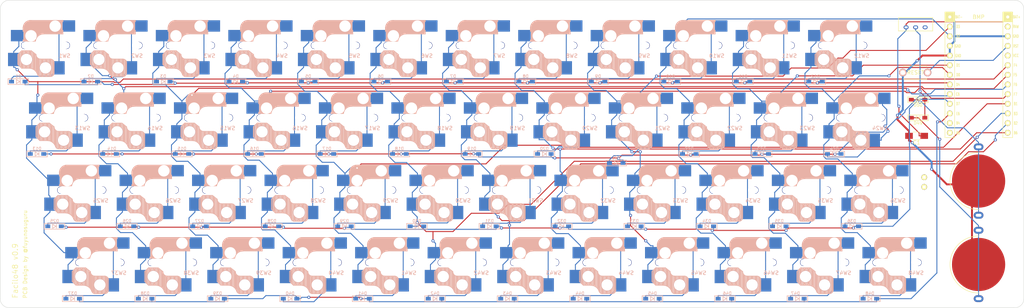
<source format=kicad_pcb>
(kicad_pcb (version 20221018) (generator pcbnew)
  (layers (0 "F.Cu" signal) (31 "B.Cu" signal) (34 "B.Paste" user) (35 "F.Paste" user) (36 "B.SilkS" user "B.Silkscreen") (37 "F.SilkS" user "F.Silkscreen") (38 "B.Mask" user) (39 "F.Mask" user) (44 "Edge.Cuts" user))
  (net 0 "")
  (net 1 "Row0")
  (net 2 "Net-(D1-A)")
  (net 3 "Net-(D2-A)")
  (net 4 "Net-(D3-A)")
  (net 5 "Net-(D4-A)")
  (net 6 "Net-(D5-A)")
  (net 7 "Net-(D6-A)")
  (net 8 "Net-(D7-A)")
  (net 9 "Net-(D8-A)")
  (net 10 "Net-(D9-A)")
  (net 11 "Net-(D10-A)")
  (net 12 "Net-(D11-A)")
  (net 13 "Net-(D12-A)")
  (net 14 "Row1")
  (net 15 "Net-(D13-A)")
  (net 16 "Net-(D14-A)")
  (net 17 "Net-(D15-A)")
  (net 18 "Net-(D16-A)")
  (net 19 "Net-(D17-A)")
  (net 20 "Net-(D18-A)")
  (net 21 "Net-(D19-A)")
  (net 22 "Net-(D20-A)")
  (net 23 "Net-(D21-A)")
  (net 24 "Net-(D22-A)")
  (net 25 "Net-(D23-A)")
  (net 26 "Net-(D24-A)")
  (net 27 "Row2")
  (net 28 "Net-(D25-A)")
  (net 29 "Net-(D26-A)")
  (net 30 "Net-(D27-A)")
  (net 31 "Net-(D28-A)")
  (net 32 "Net-(D29-A)")
  (net 33 "Net-(D30-A)")
  (net 34 "Net-(D31-A)")
  (net 35 "Net-(D32-A)")
  (net 36 "Net-(D33-A)")
  (net 37 "Net-(D34-A)")
  (net 38 "Net-(D35-A)")
  (net 39 "Net-(D36-A)")
  (net 40 "Row3")
  (net 41 "Net-(D37-A)")
  (net 42 "Net-(D38-A)")
  (net 43 "Net-(D39-A)")
  (net 44 "Net-(D40-A)")
  (net 45 "Net-(D41-A)")
  (net 46 "Net-(D42-A)")
  (net 47 "Net-(D43-A)")
  (net 48 "Net-(D44-A)")
  (net 49 "Net-(D45-A)")
  (net 50 "Net-(D46-A)")
  (net 51 "Net-(D47-A)")
  (net 52 "Net-(D48-A)")
  (net 53 "Bat")
  (net 54 "GND")
  (net 55 "Col0")
  (net 56 "Col1")
  (net 57 "Col2")
  (net 58 "Col3")
  (net 59 "Col4")
  (net 60 "Col5")
  (net 61 "Col6")
  (net 62 "Col7")
  (net 63 "Col8")
  (net 64 "Col9")
  (net 65 "Col10")
  (net 66 "Col11")
  (net 67 "Reset")
  (net 70 "VCC")
  (net 72 "Net-(BT1-+)")
  (net 73 "Bat-")
  (net 74 "Net-(BT2-+)")
  (net 75 "Bat+")
  (net 76 "Net-(D49-K)")
  (footprint "kbd_SW:CherryMX_Choc_Hotswap_1u" (layer "F.Cu") (at 197.64375 59.5312)
    (fp_text reference "SW10")
    (fp_text value "SW_PUSH" hide)
  )
  (footprint "kbd_SW:CherryMX_Choc_Hotswap_1u" (layer "F.Cu") (at 188.11875 97.6312)
    (fp_text reference "SW33")
    (fp_text value "SW_PUSH" hide)
  )
  (footprint "kbd_Parts:Diode_SMD" (layer "F.Cu") (at 104.77505 107.1562 180)
    (fp_text reference "D29")
    (fp_text value "D" hide)
  )
  (footprint "kbd_Parts:Diode_SMD" (layer "F.Cu") (at 38.10005 69.0562 180)
    (fp_text reference "D2")
    (fp_text value "D" hide)
  )
  (footprint "kbd_Parts:Diode_SMD" (layer "F.Cu") (at 147.63755 126.2062 180)
    (fp_text reference "D43")
    (fp_text value "D" hide)
  )
  (footprint "kbd_SW:CherryMX_Choc_Hotswap_1u" (layer "F.Cu") (at 59.53125 116.6812)
    (fp_text reference "SW38")
    (fp_text value "SW_PUSH" hide)
  )
  (footprint "kbd_Parts:Diode_SMD" (layer "F.Cu") (at 176.21255 90.4875 180)
    (fp_text reference "D21")
    (fp_text value "D" hide)
  )
  (footprint "kbd_SW:CherryMX_Choc_Hotswap_1u" (layer "F.Cu") (at 150.01875 97.6312)
    (fp_text reference "SW31")
    (fp_text value "SW_PUSH" hide)
  )
  (footprint "kbd_SW:CherryMX_Choc_Hotswap_1u" (layer "F.Cu") (at 102.39375 59.5312)
    (fp_text reference "SW5")
    (fp_text value "SW_PUSH" hide)
  )
  (footprint "kbd_SW:CherryMX_Choc_Hotswap_1u" (layer "F.Cu") (at 40.48125 116.6812)
    (fp_text reference "SW37")
    (fp_text value "SW_PUSH" hide)
  )
  (footprint "kbd_SW:CherryMX_Choc_Hotswap_1u" (layer "F.Cu") (at 135.73125 116.6812)
    (fp_text reference "SW42")
    (fp_text value "SW_PUSH" hide)
  )
  (footprint "kbd_Parts:Diode_SMD" (layer "F.Cu") (at 138.27125 88.1062 180)
    (fp_text reference "D19")
    (fp_text value "D" hide)
  )
  (footprint "kbd_Parts:Diode_SMD" (layer "F.Cu") (at 157.32125 88.1062 180)
    (fp_text reference "D20")
    (fp_text value "D" hide)
  )
  (footprint "kbd_SW:CherryMX_Choc_Hotswap_1u" (layer "F.Cu") (at 164.30625 78.5812)
    (fp_text reference "SW20")
    (fp_text value "SW_PUSH" hide)
  )
  (footprint "kbd_SW:CherryMX_Choc_Hotswap_1u" (layer "F.Cu") (at 83.34375 59.5312)
    (fp_text reference "SW4")
    (fp_text value "SW_PUSH" hide)
  )
  (footprint "kbd_Parts:Diode_SMD" (layer "F.Cu") (at 228.60005 69.0562 180)
    (fp_text reference "D12")
    (fp_text value "D" hide)
  )
  (footprint "kbd_Parts:Battery_ali_CR1632" (layer "F.Cu") (at 271.46255 95.25 -90)
    (fp_text reference "BT2" hide)
    (fp_text value "Battery_Cell")
  )
  (footprint "kbd_Parts:Micon_BMP_7sKB" (layer "F.Cu") (at 271.46255 69.0562)
    (fp_text reference "U1" hide)
    (fp_text value "Micon_BLEMicroPro" hide)
  )
  (footprint "kbd_SW:CherryMX_Choc_Hotswap_1u" (layer "F.Cu") (at 97.63125 116.6812)
    (fp_text reference "SW40")
    (fp_text value "SW_PUSH" hide)
  )
  (footprint "kbd_SW:CherryMX_Choc_Hotswap_1u" (layer "F.Cu") (at 202.40625 78.5812)
    (fp_text reference "SW22")
    (fp_text value "SW_PUSH" hide)
  )
  (footprint "kbd_Parts:Diode_SMD" (layer "F.Cu") (at 161.92505 107.1562 180)
    (fp_text reference "D32")
    (fp_text value "D" hide)
  )
  (footprint "kbd_SW:CherryMX_Choc_Hotswap_1u" (layer "F.Cu") (at 159.54375 59.5312)
    (fp_text reference "SW8")
    (fp_text value "SW_PUSH" hide)
  )
  (footprint "kbd_Parts:Diode_SMD" (layer "F.Cu") (at 223.83755 126.2062 180)
    (fp_text reference "D47")
    (fp_text value "D" hide)
  )
  (footprint "kbd_Parts:Diode_SMD" (layer "F.Cu") (at 28.57505 107.1562 180)
    (fp_text reference "D25")
    (fp_text value "D" hide)
  )
  (footprint "kbd_SW:CherryMX_Choc_Hotswap_1u" (layer "F.Cu") (at 111.91875 97.6312)
    (fp_text reference "SW29")
    (fp_text value "SW_PUSH" hide)
  )
  (footprint "kbd_Parts:Diode_SMD" (layer "F.Cu") (at 209.55005 69.0562 180)
    (fp_text reference "D11")
    (fp_text value "D" hide)
  )
  (footprint "kbd_Parts:Diode_SMD" (layer "F.Cu") (at 23.97125 88.1062 180)
    (fp_text reference "D13")
    (fp_text value "D" hide)
  )
  (footprint "kbd_SW:CherryMX_Choc_Hotswap_1u" (layer "F.Cu") (at 250.03125 116.6812)
    (fp_text reference "SW48")
    (fp_text value "SW_PUSH" hide)
  )
  (footprint "kbd_SW:CherryMX_Choc_Hotswap_1u" (layer "F.Cu") (at 211.93125 116.6812)
    (fp_text reference "SW46")
    (fp_text value "SW_PUSH" hide)
  )
  (footprint "kbd_SW:CherryMX_Choc_Hotswap_1u" (layer "F.Cu") (at 126.20625 78.5812)
    (fp_text reference "SW18")
    (fp_text value "SW_PUSH" hide)
  )
  (footprint "kbd_SW:CherryMX_Choc_Hotswap_1u" (layer "F.Cu") (at 69.05625 78.5812)
    (fp_text reference "SW15")
    (fp_text value "SW_PUSH" hide)
  )
  (footprint "kbd_SW:CherryMX_Choc_Hotswap_1u" (layer "F.Cu") (at 64.29375 59.5312)
    (fp_text reference "SW3")
    (fp_text value "SW_PUSH" hide)
  )
  (footprint "kbd_Parts:Diode_SMD" (layer "F.Cu") (at 123.82505 107.1562 180)
    (fp_text reference "D30")
    (fp_text value "D" hide)
  )
  (footprint "kbd_Parts:Diode_SMD" (layer "F.Cu") (at 57.15005 69.0562 180)
    (fp_text reference "D3")
    (fp_text value "D" hide)
  )
  (footprint "kbd_SW:CherryMX_Choc_Hotswap_1u" (layer "F.Cu") (at 45.24375 59.5312)
    (fp_text reference "SW2")
    (fp_text value "SW_PUSH" hide)
  )
  (footprint "kbd_Parts:Battery_ali_CR1632" (layer "F.Cu") (at 271.46255 117.2063 -90)
    (fp_text reference "BT1" hide)
    (fp_text value "Battery_Cell")
  )
  (footprint "kbd_SW:CherryMX_Choc_Hotswap_1u" (layer "F.Cu") (at 207.16875 97.6312)
    (fp_text reference "SW34")
    (fp_text value "SW_PUSH" hide)
  )
  (footprint "kbd_Parts:Diode_SMD" (layer "F.Cu") (at 214.47125 88.1062 180)
    (fp_text reference "D23")
    (fp_text value "D" hide)
  )
  (footprint "kbd_Parts:Diode_SMD" (layer "F.Cu") (at 204.78755 126.2062 180)
    (fp_text reference "D46")
    (fp_text value "D" hide)
  )
  (footprint "kbd_SW:CherryMX_Choc_Hotswap_1u" (layer "F.Cu") (at 140.49375 59.5312)
    (fp_text reference "SW7")
    (fp_text value "SW_PUSH" hide)
  )
  (footprint "kbd_Parts:Diode_SMD" (layer "F.Cu") (at 195.42125 88.1062 180)
    (fp_text reference "D22")
    (fp_text value "D" hide)
  )
  (footprint "kbd_Parts:Diode_SMD" (layer "F.Cu") (at 242.88755 126.2062 180)
    (fp_text reference "D48")
    (fp_text value "D" hide)
  )
  (footprint "kbd_SW:CherryMX_Choc_Hotswap_1u" (layer "F.Cu") (at 240.50625 78.5812)
    (fp_text reference "SW24")
    (fp_text value "SW_PUSH" hide)
  )
  (footprint "kbd_SW:CherryMX_Choc_Hotswap_1u" (layer "F.Cu") (at 78.58125 116.6812)
    (fp_text reference "SW39")
    (fp_text value "SW_PUSH" hide)
  )
  (footprint "kbd_Parts:Diode_SMD" (layer "F.Cu") (at 76.20005 69.0562 180)
    (fp_text reference "D4")
    (fp_text value "D" hide)
  )
  (footprint "kbd_SW:CherryMX_Choc_Hotswap_1u" (layer "F.Cu") (at 92.86875 97.6312)
    (fp_text reference "SW28")
    (fp_text value "SW_PUSH" hide)
  )
  (footprint "kbd_SW:CherryMX_Choc_Hotswap_1u" (layer "F.Cu") (at 30.95625 78.5812)
    (fp_text reference "SW13")
    (fp_text value "SW_PUSH" hide)
  )
  (footprint "kbd_SW:CherryMX_Choc_Hotswap_1u" (layer "F.Cu") (at 145.25625 78.5812)
    (fp_text reference "SW19")
    (fp_text value "SW_PUSH" hide)
  )
  (footprint "kbd_Parts:Diode_SMD" (layer "F.Cu") (at 109.53755 126.2062 180)
    (fp_text reference "D41")
    (fp_text value "D" hide)
  )
  (footprint "kbd_Parts:Diode_SMD" (layer "F.Cu") (at 185.73755 126.2062 180)
    (fp_text reference "D45")
    (fp_text value "D" hide)
  )
  (footprint "kbd_Parts:Battery_BMP_2pin" (layer "F.Cu") (at 257.17505 95.25 180)
    (fp_text reference "J2" hide)
    (fp_text value "Conn_01x02" hide)
  )
  (footprint "kbd_Parts:Diode_SMD" (layer "F.Cu") (at 62.07125 88.1062 180)
    (fp_text reference "D15")
    (fp_text value "D" hide)
  )
  (footprint "kbd_SW:CherryMX_Choc_Hotswap_1u" (layer "F.Cu") (at 35.71875 97.6312)
    (fp_text reference "SW25")
    (fp_text value "SW_PUSH" hide)
  )
  (footprint "kbd_Parts:Diode_SMD" (layer "F.Cu") (at 114.30005 69.0562 180)
    (fp_text reference "D6")
    (fp_text value "D" hide)
  )
  (footprint "kbd_Parts:Diode_SMD" (layer "F.Cu") (at 142.87505 107.1562 180)
    (fp_text reference "D31")
    (fp_text value "D" hide)
  )
  (footprint "kbd_Parts:Diode_SMD" (layer "F.Cu") (at 133.35005 69.0562 180)
    (fp_text reference "D7")
    (fp_text value "D" hide)
  )
  (footprint "kbd_SW:CherryMX_Choc_Hotswap_1u" (layer "F.Cu") (at 183.35625 78.5812)
    (fp_text reference "SW21")
    (fp_text value "SW_PUSH" hide)
  )
  (footprint "kbd_Parts:Diode_SMD" (layer "F.Cu") (at 71.43755 126.2062 180)
    (fp_text reference "D39")
    (fp_text value "D" hide)
  )
  (footprint "kbd_SW:CherryMX_Choc_Hotswap_1u" (layer "F.Cu") (at 216.69375 59.5312)
    (fp_text reference "SW11")
    (fp_text value "SW_PUSH" hide)
  )
  (footprint "kbd_Parts:Diode_SMD" (layer "F.Cu") (at 152.40005 69.0562 180)
    (fp_text reference "D8")
    (fp_text value "D" hide)
  )
  (footprint "kbd_SW:CherryMX_Choc_Hotswap_1u" (layer "F.Cu") (at 88.10625 78.5812)
    (fp_text reference "SW16")
    (fp_text value "SW_PUSH" hide)
  )
  (footprint "kbd_Parts:Diode_SMD" (layer "F.Cu") (at 233.52125 88.1062 180)
    (fp_text reference "D24")
    (fp_text value "D" hide)
  )
  (footprint "kbd_Parts:Diode_SMD" (layer "F.Cu") (at 19.05005 69.0562 180)
    (fp_text reference "D1")
    (fp_text value "D" hide)
  )
  (footprint "kbd_Parts:Diode_SMD" (layer "F.Cu") (at 47.62505 107.1562 180)
    (fp_text reference "D26")
    (fp_text value "D" hide)
  )
  (footprint "kbd_SW:CherryMX_Choc_Hotswap_1u" (layer "F.Cu") (at 73.81875 97.6312)
    (fp_text reference "SW27")
    (fp_text value "SW_PUSH" hide)
  )
  (footprint "kbd_Parts:Diode_SMD" (layer "F.Cu") (at 100.17125 88.1062 180)
    (fp_text reference "D17")
    (fp_text value "D" hide)
  )
  (footprint "kbd_SW:CherryMX_Choc_Hotswap_1u" (layer "F.Cu") (at 107.15625 78.5812)
    (fp_text reference "SW17")
    (fp_text value "SW_PUSH" hide)
  )
  (footprint "kbd_SW:CherryMX_Choc_Hotswap_1u" (layer "F.Cu") (at 245.26875 97.6312)
    (fp_text reference "SW36")
    (fp_text value "SW_PUSH" hide)
  )
  (footprint "kbd_SW:CherryMX_Choc_Hotswap_1u" (layer "F.Cu") (at 221.45625 78.5812)
    (fp_text reference "SW23")
    (fp_text value "SW_PUSH" hide)
  )
  (footprint "kbd_SW:CherryMX_Choc_Hotswap_1u" (layer "F.Cu") (at 154.78125 116.6812)
    (fp_text reference "SW43")
    (fp_text value "SW_PUSH" hide)
  )
  (footprint "kbd_Parts:Capacitor_1206" (layer "F.Cu") (at 255.17505 83.3437 180)
    (fp_text reference "C1")
    (fp_text value "C")
  )
  (footprint "kbd_SW:CherryMX_Choc_Hotswap_1u" (layer "F.Cu") (at 54.76875 97.6312)
    (fp_text reference "SW26")
    (fp_text value "SW_PUSH" hide)
  )
  (footprint "kbd_SW:CherryMX_Choc_Hotswap_1u" (layer "F.Cu") (at 116.68125 116.6812)
    (fp_text reference "SW41")
    (fp_text value "SW_PUSH" hide)
  )
  (footprint "kbd_Parts:Diode_SMD" (layer "F.Cu") (at 238.12505 107.1562 180)
    (fp_text reference "D36")
    (fp_text value "D" hide)
  )
  (footprint "kbd_SW:CherryMX_Choc_Hotswap_1u" (layer "F.Cu") (at 50.00625 78.5812)
    (fp_text reference "SW14")
    (fp_text value "SW_PUSH" hide)
  )
  (footprint "kbd_Parts:Diode_SMD" (layer "F.Cu") (at 128.58755 126.2062 180)
    (fp_text reference "D42")
    (fp_text value "D" hide)
  )
  (footprint "kbd_SW:CherryMX_Choc_Hotswap_1u" (layer "F.Cu") (at 130.96875 97.6312)
    (fp_text reference "SW30")
    (fp_text value "SW_PUSH" hide)
  )
  (footprint "kbd_Parts:Diode_SMD" (layer "F.Cu") (at 200.02505 107.1562 180)
    (fp_text reference "D34")
    (fp_text value "D" hide)
  )
  (footprint "kbd_SW:CherryMX_Choc_Hotswap_1u" (layer "F.Cu") (at 178.59375 59.5312)
    (fp_text reference "SW9")
    (fp_text value "SW_PUSH" hide)
  )
  (footprint "kbd_SW:CherryMX_Choc_Hotswap_1u" (layer "F.Cu") (at 226.21875 97.6312)
    (fp_text reference "SW35")
    (fp_text value "SW_PUSH" hide)
  )
  (footprint "kbd_Parts:Diode_SMD" (layer "F.Cu") (at 166.68755 126.2062 180)
    (fp_text reference "D44")
    (fp_text value "D" hide)
  )
  (footprint "kbd_Parts:Diode_SMD" (layer "F.Cu") (at 90.48755 126.2062 180)
    (fp_text reference "D40")
    (fp_text value "D" hide)
  )
  (footprint "kbd_Parts:TGSW_MSK-12D19" (layer "F.Cu") (at 254.91255 53.7187)
    (fp_text reference "SW50")
    (fp_text value "SW_SPDT" hide)
  )
  (footprint "kbd_SW:CherryMX_Choc_Hotswap_1u" (layer "F.Cu") (at 230.98125 116.6812)
    (fp_text reference "SW47")
    (fp_text value "SW_PUSH" hide)
  )
  (footprint "kbd_Parts:Diode_SMD" (layer "F.Cu") (at 219.07505 107.1562 180)
    (fp_text reference "D35")
    (fp_text value "D" hide)
  )
  (footprint "kbd_Parts:Diode_SMD" (layer "F.Cu") (at 190.50005 69.0562 180)
    (fp_text reference "D10")
    (fp_text value "D" hide)
  )
  (footprint "kbd_Parts:Diode_SMD" (layer "F.Cu") (at 171.45005 69.0562 180)
    (fp_text reference "D9")
    (fp_text value "D" hide)
  )
  (footprint "kbd_Parts:Diode_SMD" (layer "F.Cu") (at 33.33755 126.2062 180)
    (fp_text reference "D37")
    (fp_text value "D" hide)
  )
  (footprint "kbd_SW:CherryMX_Choc_Hotswap_1u" (layer "F.Cu") (at 235.74375 59.5312)
    (fp_text reference "SW12")
    (fp_text value "SW_PUSH" hide)
  )
  (footprint "kbd_Parts:Diode_SMD" (layer "F.Cu") (at 85.72505 107.1562 180)
    (fp_text reference "D28")
    (fp_text value "D" hide)
  )
  (footprint "kbd_SW:CherryMX_Choc_Hotswap_1u" (layer "F.Cu") (at 121.44375 59.5312)
    (fp_text reference "SW6")
    (fp_text value "SW_PUSH" hide)
  )
  (footprint "kbd_Parts:Diode_SMD" (layer "F.Cu") (at 43.02125 88.1062 180)
    (fp_text reference "D14")
    (fp_text value "D" hide)
  )
  (footprint "kbd_SW:CherryMX_Choc_Hotswap_1u" (layer "F.Cu") (at 192.88125 116.6812)
    (fp_text reference "SW45")
    (fp_text value "SW_PUSH" hide)
  )
  (footprint "kbd_SW:CherryMX_Choc_Hotswap_1u" (layer "F.Cu") (at 26.19375 59.5312)
    (fp_text reference "SW1")
    (fp_text value "SW_PUSH" hide)
  )
  (footprint "kbd_Parts:Diode_SMD" (layer "F.Cu") (at 66.67505 107.1562 180)
    (fp_text reference "D27")
    (fp_text value "D" hide)
  )
  (footprint "kbd_SW:CherryMX_Choc_Hotswap_1u" (layer "F.Cu") (at 169.06875 97.6312)
    (fp_text reference "SW32")
    (fp_text value "SW_PUSH" hide)
  )
  (footprint "kbd_Parts:Diode_SMD" (layer "F.Cu") (at 119.22125 88.1062 180)
    (fp_text reference "D18")
    (fp_text value "D" hide)
  )
  (footprint "kbd_Parts:Diode_SMD" (layer "F.Cu") (at 52.38755 126.2062 180)
    (fp_text reference "D38")
    (fp_text value "D" hide)
  )
  (footprint "kbd_Parts:Diode_SMD" (layer "F.Cu") (at 81.12125 88.1062 180)
    (fp_text reference "D16")
    (fp_text value "D" hide)
  )
  (footprint "kbd_SW:CherryMX_Choc_Hotswap_1u" (layer "F.Cu") (at 173.83125 116.6812)
    (fp_text reference "SW44")
    (fp_text value "SW_PUSH" hide)
  )
  (footprint "kbd_Parts:Diode_SMD" (layer "F.Cu") (at 95.25005 69.0562 180)
    (fp_text reference "D5")
    (fp_text value "D" hide)
  )
  (footprint "kbd_Parts:Diode_SMD" (layer "F.Cu") (at 180.97505 107.1562 180)
    (fp_text reference "D33")
    (fp_text value "D" hide)
  )
  (footprint "kbd_Parts:Diode_SMD" (layer "B.Cu") (at 255.55625 73.8187 180)
    (fp_text reference "D50")
    (fp_text value "D" hide)
  )
  (footprint "kbd_Parts:ResetSW" (layer "B.Cu") (at 254.79375 66.675)
    (fp_text reference "SW49" hide)
    (fp_text value "SW_PUSH")
  )
  (footprint "kbd_Parts:Diode_SMD" (layer "B.Cu") (at 255.55625 78.5812 180)
    (fp_text reference "D49")
    (fp_text value "D" hide)
  )
  (gr_arc (start 280.9875 47.62495) (mid 282.671316 48.322399) (end 283.36875 50.0062) (stroke (width 0.1)) (layer "Edge.Cuts"))
  (gr_line (start 14.2875 50.00625) (end 14.2875 126.2063) (stroke (width 0.1)) (layer "Edge.Cuts"))
  (gr_line (start 283.36875 50.0062) (end 283.36875 126.2063) (stroke (width 0.1)) (layer "Edge.Cuts"))
  (gr_line (start 280.9875 47.62495) (end 16.66875 47.625) (stroke (width 0.1)) (layer "Edge.Cuts"))
  (gr_arc (start 283.36875 126.2063) (mid 282.67128 127.890066) (end 280.9875 128.58755) (stroke (width 0.1)) (layer "Edge.Cuts"))
  (gr_arc (start 14.2875 50.00625) (mid 14.984952 48.322452) (end 16.66875 47.625) (stroke (width 0.1)) (layer "Edge.Cuts"))
  (gr_arc (start 16.66875 128.58755) (mid 14.984934 127.890101) (end 14.2875 126.2063) (stroke (width 0.1)) (layer "Edge.Cuts"))
  (gr_line (start 280.9875 128.58755) (end 16.66875 128.5875) (stroke (width 0.1)) (layer "Edge.Cuts"))
  (gr_text "PCB Design by @fuyunosuguru" (at 21.43125 126.20625 90) (layer "F.SilkS") (effects (font (size 1 1)) (justify left bottom)))
  (gr_text "Facilo48 v0.9" (at 19.05 126.20625 90) (layer "F.SilkS") (effects (font (size 1.4 1.4)) (justify left bottom)))
  (segment (start 210.03345 69.3876) (end 229.09625 69.3876) (width 0.25) (layer "F.Cu") (net 1))
  (segment (start 191.01315 69.3876) (end 210.03345 69.3876) (width 0.25) (layer "F.Cu") (net 1))
  (segment (start 133.85935 69.3876) (end 152.89625 69.3876) (width 0.25) (layer "F.Cu") (net 1))
  (segment (start 60.28335 69.4733) (end 79.18555 69.4733) (width 0.25) (layer "F.Cu") (net 1))
  (segment (start 43.75185 69.808) (end 59.94865 69.808) (width 0.25) (layer "F.Cu") (net 1))
  (segment (start 79.18555 69.4733) (end 79.27125 69.3876) (width 0.25) (layer "F.Cu") (net 1))
  (segment (start 263.46835 69.3876) (end 263.89895 69.8182) (width 0.25) (layer "F.Cu") (net 1))
  (segment (start 59.94865 69.808) (end 60.28335 69.4733) (width 0.25) (layer "F.Cu") (net 1))
  (segment (start 171.94625 69.3876) (end 152.89625 69.3876) (width 0.25) (layer "F.Cu") (net 1))
  (segment (start 171.94625 69.3876) (end 191.01315 69.3876) (width 0.25) (layer "F.Cu") (net 1))
  (segment (start 95.25005 69.3876) (end 79.27125 69.3876) (width 0.25) (layer "F.Cu") (net 1))
  (segment (start 114.80745 69.3876) (end 133.85935 69.3876) (width 0.25) (layer "F.Cu") (net 1))
  (segment (start 114.80745 69.3876) (end 95.25005 69.3876) (width 0.25) (layer "F.Cu") (net 1))
  (segment (start 229.09625 69.3876) (end 263.46835 69.3876) (width 0.25) (layer "F.Cu") (net 1))
  (via (at 133.85935 69.3876) (size 0.8) (drill 0.4) (layers "F.Cu" "B.Cu") (net 1))
  (via (at 210.03345 69.3876) (size 0.8) (drill 0.4) (layers "F.Cu" "B.Cu") (net 1))
  (via (at 43.75185 69.808) (size 0.8) (drill 0.4) (layers "F.Cu" "B.Cu") (net 1))
  (via (at 114.80745 69.3876) (size 0.8) (drill 0.4) (layers "F.Cu" "B.Cu") (net 1))
  (via (at 191.01315 69.3876) (size 0.8) (drill 0.4) (layers "F.Cu" "B.Cu") (net 1))
  (via (at 60.28335 69.4733) (size 0.8) (drill 0.4) (layers "F.Cu" "B.Cu") (net 1))
  (via (at 152.89625 69.3876) (size 0.8) (drill 0.4) (layers "F.Cu" "B.Cu") (net 1))
  (via (at 171.94625 69.3876) (size 0.8) (drill 0.4) (layers "F.Cu" "B.Cu") (net 1))
  (via (at 79.27125 69.3876) (size 0.8) (drill 0.4) (layers "F.Cu" "B.Cu") (net 1))
  (via (at 95.25005 69.3876) (size 0.8) (drill 0.4) (layers "F.Cu" "B.Cu") (net 1))
  (via (at 229.09625 69.3876) (size 0.8) (drill 0.4) (layers "F.Cu" "B.Cu") (net 1))
  (segment (start 78.95015 69.0665) (end 78.95015 69.0562) (width 0.25) (layer "B.Cu") (net 1))
  (segment (start 77.97505 69.0562) (end 78.95015 69.0562) (width 0.25) (layer "B.Cu") (net 1))
  (segment (start 191.01315 69.3876) (end 191.29995 69.1008) (width 0.25) (layer "B.Cu") (net 1))
  (segment (start 95.58145 69.0562) (end 95.25005 69.3876) (width 0.25) (layer "B.Cu") (net 1))
  (segment (start 43.75185 69.808) (end 41.60195 69.808) (width 0.25) (layer "B.Cu") (net 1))
  (segment (start 152.89625 69.3876) (end 153.19995 69.0839) (width 0.25) (layer "B.Cu") (net 1))
  (segment (start 20.82505 69.0562) (end 20.82505 69.8563) (width 0.25) (layer "B.Cu") (net 1))
  (segment (start 79.27125 69.3876) (end 78.95015 69.0665) (width 0.25) (layer "B.Cu") (net 1))
  (segment (start 133.85935 69.3876) (end 134.14995 69.097) (width 0.25) (layer "B.Cu") (net 1))
  (segment (start 191.29995 69.1008) (end 191.29995 69.0562) (width 0.25) (layer "B.Cu") (net 1))
  (segment (start 39.87505 69.0562) (end 40.85015 69.0562) (width 0.25) (layer "B.Cu") (net 1))
  (segment (start 20.82505 69.8563) (end 39.87505 69.8563) (width 0.25) (layer "B.Cu") (net 1))
  (segment (start 115.09995 69.0951) (end 115.09995 69.0562) (width 0.25) (layer "B.Cu") (net 1))
  (segment (start 134.14995 69.097) (end 134.14995 69.0562) (width 0.25) (layer "B.Cu") (net 1))
  (segment (start 210.34995 69.0711) (end 210.34995 69.0562) (width 0.25) (layer "B.Cu") (net 1))
  (segment (start 154.17505 69.0562) (end 153.19995 69.0562) (width 0.25) (layer "B.Cu") (net 1))
  (segment (start 229.09625 69.3876) (end 229.39995 69.0839) (width 0.25) (layer "B.Cu") (net 1))
  (segment (start 230.37505 69.0562) (end 229.39995 69.0562) (width 0.25) (layer "B.Cu") (net 1))
  (segment (start 114.80745 69.3876) (end 115.09995 69.0951) (width 0.25) (layer "B.Cu") (net 1))
  (segment (start 60.28335 69.4394) (end 60.28335 69.4733) (width 0.25) (layer "B.Cu") (net 1))
  (segment (start 192.27505 69.0562) (end 191.29995 69.0562) (width 0.25) (layer "B.Cu") (net 1))
  (segment (start 97.02505 69.0562) (end 95.58145 69.0562) (width 0.25) (layer "B.Cu") (net 1))
  (segment (start 171.94625 69.3876) (end 172.24995 69.0839) (width 0.25) (layer "B.Cu") (net 1))
  (segment (start 211.32505 69.0562) (end 210.34995 69.0562) (width 0.25) (layer "B.Cu") (net 1))
  (segment (start 210.03345 69.3876) (end 210.34995 69.0711) (width 0.25) (layer "B.Cu") (net 1))
  (segment (start 58.92505 69.0562) (end 59.90015 69.0562) (width 0.25) (layer "B.Cu") (net 1))
  (segment (start 41.60195 69.808) (end 40.85015 69.0562) (width 0.25) (layer "B.Cu") (net 1))
  (segment (start 116.07505 69.0562) (end 115.09995 69.0562) (width 0.25) (layer "B.Cu") (net 1))
  (segment (start 59.90015 69.0562) (end 60.28335 69.4394) (width 0.25) (layer "B.Cu") (net 1))
  (segment (start 173.22505 69.0562) (end 172.24995 69.0562) (width 0.25) (layer "B.Cu") (net 1))
  (segment (start 39.87505 69.0562) (end 39.87505 69.8563) (width 0.25) (layer "B.Cu") (net 1))
  (segment (start 229.39995 69.0839) (end 229.39995 69.0562) (width 0.25) (layer "B.Cu") (net 1))
  (segment (start 172.24995 69.0839) (end 172.24995 69.0562) (width 0.25) (layer "B.Cu") (net 1))
  (segment (start 135.12505 69.0562) (end 134.14995 69.0562) (width 0.25) (layer "B.Cu") (net 1))
  (segment (start 153.19995 69.0839) (end 153.19995 69.0562) (width 0.25) (layer "B.Cu") (net 1))
  (segment (start 17.27505 68.2561) (end 17.88095 67.6502) (width 0.25) (layer "B.Cu") (net 2))
  (segment (start 29.74375 56.5612) (end 29.74375 65.4312) (width 0.25) (layer "B.Cu") (net 2))
  (segment (start 27.52475 67.6502) (end 29.74375 65.4312) (width 0.25) (layer "B.Cu") (net 2))
  (segment (start 31.89375 54.4112) (end 29.74375 56.5612) (width 0.25) (layer "B.Cu") (net 2))
  (segment (start 17.27505 69.0562) (end 17.27505 68.2561) (width 0.25) (layer "B.Cu") (net 2))
  (segment (start 17.88095 67.6502) (end 27.52475 67.6502) (width 0.25) (layer "B.Cu") (net 2))
  (segment (start 48.79375 65.4312) (end 48.79375 56.5612) (width 0.25) (layer "B.Cu") (net 3))
  (segment (start 43.77925 68.2561) (end 36.32505 68.2561) (width 0.25) (layer "B.Cu") (net 3))
  (segment (start 48.79375 65.4312) (end 46.45505 67.7699) (width 0.25) (layer "B.Cu") (net 3))
  (segment (start 46.45505 67.7699) (end 44.26545 67.7699) (width 0.25) (layer "B.Cu") (net 3))
  (segment (start 48.79375 56.5612) (end 50.94375 54.4112) (width 0.25) (layer "B.Cu") (net 3))
  (segment (start 36.32505 69.0562) (end 36.32505 68.2561) (width 0.25) (layer "B.Cu") (net 3))
  (segment (start 44.26545 67.7699) (end 43.77925 68.2561) (width 0.25) (layer "B.Cu") (net 3))
  (segment (start 55.37505 69.0562) (end 55.37505 68.2561) (width 0.25) (layer "B.Cu") (net 4))
  (segment (start 67.84375 65.4312) (end 65.01885 68.2561) (width 0.25) (layer "B.Cu") (net 4))
  (segment (start 69.99375 54.4112) (end 67.84375 56.5612) (width 0.25) (layer "B.Cu") (net 4))
  (segment (start 65.01885 68.2561) (end 55.37505 68.2561) (width 0.25) (layer "B.Cu") (net 4))
  (segment (start 67.84375 56.5612) (end 67.84375 65.4312) (width 0.25) (layer "B.Cu") (net 4))
  (segment (start 74.42505 69.0562) (end 74.42505 68.2561) (width 0.25) (layer "B.Cu") (net 5))
  (segment (start 86.89375 56.5612) (end 86.89375 65.4312) (width 0.25) (layer "B.Cu") (net 5))
  (segment (start 84.06885 68.2561) (end 86.89375 65.4312) (width 0.25) (layer "B.Cu") (net 5))
  (segment (start 89.04375 54.4112) (end 86.89375 56.5612) (width 0.25) (layer "B.Cu") (net 5))
  (segment (start 74.42505 68.2561) (end 84.06885 68.2561) (width 0.25) (layer "B.Cu") (net 5))
  (segment (start 93.47505 69.0562) (end 93.47505 68.2561) (width 0.25) (layer "B.Cu") (net 6))
  (segment (start 105.94375 56.5612) (end 105.94375 65.4312) (width 0.25) (layer "B.Cu") (net 6))
  (segment (start 108.09375 54.4112) (end 105.94375 56.5612) (width 0.25) (layer "B.Cu") (net 6))
  (segment (start 103.11885 68.2561) (end 105.94375 65.4312) (width 0.25) (layer "B.Cu") (net 6))
  (segment (start 93.47505 68.2561) (end 103.11885 68.2561) (width 0.25) (layer "B.Cu") (net 6))
  (segment (start 124.99375 56.5612) (end 127.14375 54.4112) (width 0.25) (layer "B.Cu") (net 7))
  (segment (start 112.52505 69.0562) (end 112.52505 68.2561) (width 0.25) (layer "B.Cu") (net 7))
  (segment (start 122.16885 68.2561) (end 124.99375 65.4312) (width 0.25) (layer "B.Cu") (net 7))
  (segment (start 124.99375 65.4312) (end 124.99375 56.5612) (width 0.25) (layer "B.Cu") (net 7))
  (segment (start 112.52505 68.2561) (end 122.16885 68.2561) (width 0.25) (layer "B.Cu") (net 7))
  (segment (start 141.21885 68.2561) (end 144.04375 65.4312) (width 0.25) (layer "B.Cu") (net 8))
  (segment (start 146.19375 54.4112) (end 144.04375 56.5612) (width 0.25) (layer "B.Cu") (net 8))
  (segment (start 131.57505 69.0562) (end 131.57505 68.2561) (width 0.25) (layer "B.Cu") (net 8))
  (segment (start 131.57505 68.2561) (end 141.21885 68.2561) (width 0.25) (layer "B.Cu") (net 8))
  (segment (start 144.04375 56.5612) (end 144.04375 65.4312) (width 0.25) (layer "B.Cu") (net 8))
  (segment (start 160.26885 68.2561) (end 163.09375 65.4312) (width 0.25) (layer "B.Cu") (net 9))
  (segment (start 165.24375 54.4112) (end 163.09375 56.5612) (width 0.25) (layer "B.Cu") (net 9))
  (segment (start 150.62505 68.2561) (end 160.26885 68.2561) (width 0.25) (layer "B.Cu") (net 9))
  (segment (start 150.62505 69.0562) (end 150.62505 68.2561) (width 0.25) (layer "B.Cu") (net 9))
  (segment (start 163.09375 56.5612) (end 163.09375 65.4312) (width 0.25) (layer "B.Cu") (net 9))
  (segment (start 182.14375 56.5612) (end 182.14375 65.4312) (width 0.25) (layer "B.Cu") (net 10))
  (segment (start 179.31885 68.2561) (end 182.14375 65.4312) (width 0.25) (layer "B.Cu") (net 10))
  (segment (start 169.67505 69.0562) (end 169.67505 68.2561) (width 0.25) (layer "B.Cu") (net 10))
  (segment (start 169.67505 68.2561) (end 179.31885 68.2561) (width 0.25) (layer "B.Cu") (net 10))
  (segment (start 184.29375 54.4112) (end 182.14375 56.5612) (width 0.25) (layer "B.Cu") (net 10))
  (segment (start 201.19375 56.5612) (end 203.34375 54.4112) (width 0.25) (layer "B.Cu") (net 11))
  (segment (start 201.19375 65.4312) (end 201.19375 56.5612) (width 0.25) (layer "B.Cu") (net 11))
  (segment (start 198.36885 68.2561) (end 201.19375 65.4312) (width 0.25) (layer "B.Cu") (net 11))
  (segment (start 188.72505 69.0562) (end 188.72505 68.2561) (width 0.25) (layer "B.Cu") (net 11))
  (segment (start 188.72505 68.2561) (end 198.36885 68.2561) (width 0.25) (layer "B.Cu") (net 11))
  (segment (start 217.41885 68.2561) (end 220.24375 65.4312) (width 0.25) (layer "B.Cu") (net 12))
  (segment (start 222.39375 54.4112) (end 220.24375 56.5612) (width 0.25) (layer "B.Cu") (net 12))
  (segment (start 220.24375 56.5612) (end 220.24375 65.4312) (width 0.25) (layer "B.Cu") (net 12))
  (segment (start 207.77505 68.2561) (end 217.41885 68.2561) (width 0.25) (layer "B.Cu") (net 12))
  (segment (start 207.77505 69.0562) (end 207.77505 68.2561) (width 0.25) (layer "B.Cu") (net 12))
  (segment (start 241.44375 54.4112) (end 239.29375 56.5612) (width 0.25) (layer "B.Cu") (net 13))
  (segment (start 236.46885 68.2561) (end 239.29375 65.4312) (width 0.25) (layer "B.Cu") (net 13))
  (segment (start 226.82505 69.0562) (end 226.82505 68.2561) (width 0.25) (layer "B.Cu") (net 13))
  (segment (start 239.29375 56.5612) (end 239.29375 65.4312) (width 0.25) (layer "B.Cu") (net 13))
  (segment (start 226.82505 68.2561) (end 236.46885 68.2561) (width 0.25) (layer "B.Cu") (net 13))
  (segment (start 100.67025 88.1055) (end 81.63875 88.1055) (width 0.25) (layer "F.Cu") (net 14))
  (segment (start 81.62105 88.1232) (end 65.10525 88.1232) (width 0.25) (layer "F.Cu") (net 14))
  (segment (start 176.66215 89.1505) (end 160.06725 89.1505) (width 0.25) (layer "F.Cu") (net 14))
  (segment (start 214.51515 88.1747) (end 233.69995 88.1747) (width 0.25) (layer "F.Cu") (net 14))
  (segment (start 100.67025 88.1055) (end 119.71625 88.1055) (width 0.25) (layer "F.Cu") (net 14))
  (segment (start 195.79885 88.4088) (end 177.74885 88.4088) (width 0.25) (layer "F.Cu") (net 14))
  (segment (start 119.71625 88.1055) (end 119.75335 88.0684) (width 0.25) (layer "F.Cu") (net 14))
  (segment (start 65.08755 88.1055) (end 65.10525 88.1232) (width 0.25) (layer "F.Cu") (net 14))
  (segment (start 46.35135 88.1055) (end 65.08755 88.1055) (width 0.25) (layer "F.Cu") (net 14))
  (segment (start 119.75335 88.0684) (end 138.75635 88.0684) (width 0.25) (layer "F.Cu") (net 14))
  (segment (start 214.51515 88.1747) (end 214.28105 88.4088) (width 0.25) (layer "F.Cu") (net 14))
  (segment (start 27.65925 88.1055) (end 46.35135 88.1055) (width 0.25) (layer "F.Cu") (net 14))
  (segment (start 214.28105 88.4088) (end 195.79885 88.4088) (width 0.25) (layer "F.Cu") (net 14))
  (segment (start 177.74885 88.4088) (end 176.83465 89.323) (width 0.25) (layer "F.Cu") (net 14))
  (segment (start 176.83465 89.323) (end 176.66215 89.1505) (width 0.25) (layer "F.Cu") (net 14))
  (segment (start 81.63875 88.1055) (end 81.62105 88.1232) (width 0.25) (layer "F.Cu") (net 14))
  (via (at 176.83465 89.323) (size 0.8) (drill 0.4) (layers "F.Cu" "B.Cu") (net 14))
  (via (at 27.65925 88.1055) (size 0.8) (drill 0.4) (layers "F.Cu" "B.Cu") (net 14))
  (via (at 46.35135 88.1055) (size 0.8) (drill 0.4) (layers "F.Cu" "B.Cu") (net 14))
  (via (at 138.75635 88.0684) (size 0.8) (drill 0.4) (layers "F.Cu" "B.Cu") (net 14))
  (via (at 214.51515 88.1747) (size 0.8) (drill 0.4) (layers "F.Cu" "B.Cu") (net 14))
  (via (at 160.06725 89.1505) (size 0.8) (drill 0.4) (layers "F.Cu" "B.Cu") (net 14))
  (via (at 195.79885 88.4088) (size 0.8) (drill 0.4) (layers "F.Cu" "B.Cu") (net 14))
  (via (at 65.10525 88.1232) (size 0.8) (drill 0.4) (layers "F.Cu" "B.Cu") (net 14))
  (via (at 119.71625 88.1055) (size 0.8) (drill 0.4) (layers "F.Cu" "B.Cu") (net 14))
  (via (at 81.62105 88.1232) (size 0.8) (drill 0.4) (layers "F.Cu" "B.Cu") (net 14))
  (via (at 233.69995 88.1747) (size 0.8) (drill 0.4) (layers "F.Cu" "B.Cu") (net 14))
  (via (at 100.67025 88.1055) (size 0.8) (drill 0.4) (layers "F.Cu" "B.Cu") (net 14))
  (segment (start 197.19625 88.1062) (end 196.22115 88.1062) (width 0.25) (layer "B.Cu") (net 14))
  (segment (start 81.63805 88.1062) (end 81.62105 88.1232) (width 0.25) (layer "B.Cu") (net 14))
  (segment (start 177.19905 89.6874) (end 177.98755 89.6874) (width 0.25) (layer "B.Cu") (net 14))
  (segment (start 25.74625 88.1062) (end 26.72135 88.1062) (width 0.25) (layer "B.Cu") (net 14))
  (segment (start 234.80875 87.4871) (end 239.92385 82.372) (width 0.25) (layer "B.Cu") (net 14))
  (segment (start 139.03335 88.0684) (end 139.07115 88.1062) (width 0.25) (layer "B.Cu") (net 14))
  (segment (start 26.72135 88.1062) (end 27.65855 88.1062) (width 0.25) (layer "B.Cu") (net 14))
  (segment (start 82.89625 88.1062) (end 81.92115 88.1062) (width 0.25) (layer "B.Cu") (net 14))
  (segment (start 159.09625 88.7558) (end 159.09625 88.7937) (width 0.25) (layer "B.Cu") (net 14))
  (segment (start 195.91855 88.4088) (end 195.79885 88.4088) (width 0.25) (layer "B.Cu") (net 14))
  (segment (start 100.67025 88.1055) (end 100.97045 88.1055) (width 0.25) (layer "B.Cu") (net 14))
  (segment (start 158.98365 88.9063) (end 140.04625 88.9063) (width 0.25) (layer "B.Cu") (net 14))
  (segment (start 252.11895 77.069) (end 252.11895 76.645) (width 0.25) (layer "B.Cu") (net 14))
  (segment (start 159.09625 88.1062) (end 159.09625 88.7558) (width 0.25) (layer "B.Cu") (net 14))
  (segment (start 120.02115 88.1062) (end 120.02045 88.1055) (width 0.25) (layer "B.Cu") (net 14))
  (segment (start 234.32115 88.1062) (end 233.76845 88.1062) (width 0.25) (layer "B.Cu") (net 14))
  (segment (start 234.80875 88.1062) (end 234.32115 88.1062) (width 0.25) (layer "B.Cu") (net 14))
  (segment (start 263.44895 72.8082) (end 263.89895 72.3582) (width 0.25) (layer "B.Cu") (net 14))
  (segment (start 252.11895 76.645) (end 255.95575 72.8082) (width 0.25) (layer "B.Cu") (net 14))
  (segment (start 177.98755 90.4875) (end 177.98755 89.6874) (width 0.25) (layer "B.Cu") (net 14))
  (segment (start 239.92385 82.372) (end 246.35165 82.372) (width 0.25) (layer "B.Cu") (net 14))
  (segment (start 63.84625 88.1062) (end 64.82135 88.1062) (width 0.25) (layer "B.Cu") (net 14))
  (segment (start 234.80875 88.1062) (end 234.80875 87.4871) (width 0.25) (layer "B.Cu") (net 14))
  (segment (start 250.40805 78.7799) (end 252.11895 77.069) (width 0.25) (layer "B.Cu") (net 14))
  (segment (start 246.35165 82.372) (end 249.94375 78.7799) (width 0.25) (layer "B.Cu") (net 14))
  (segment (start 214.51515 88.1747) (end 214.58365 88.1062) (width 0.25) (layer "B.Cu") (net 14))
  (segment (start 120.99625 88.1062) (end 120.02115 88.1062) (width 0.25) (layer "B.Cu") (net 14))
  (segment (start 249.94375 78.7799) (end 250.40805 78.7799) (width 0.25) (layer "B.Cu") (net 14))
  (segment (start 255.95575 72.8082) (end 263.44895 72.8082) (width 0.25) (layer "B.Cu") (net 14))
  (segment (start 176.83465 89.323) (end 177.19905 89.6874) (width 0.25) (layer "B.Cu") (net 14))
  (segment (start 140.04625 88.1062) (end 140.04625 88.9063) (width 0.25) (layer "B.Cu") (net 14))
  (segment (start 100.97045 88.1055) (end 100.97115 88.1062) (width 0.25) (layer "B.Cu") (net 14))
  (segment (start 233.76845 88.1062) (end 233.69995 88.1747) (width 0.25) (layer "B.Cu") (net 14))
  (segment (start 46.35065 88.1062) (end 46.35135 88.1055) (width 0.25) (layer "B.Cu") (net 14))
  (segment (start 64.83835 88.1232) (end 65.10525 88.1232) (width 0.25) (layer "B.Cu") (net 14))
  (segment (start 159.49095 89.1505) (end 160.06725 89.1505) (width 0.25) (layer "B.Cu") (net 14))
  (segment (start 214.58365 88.1062) (end 216.24625 88.1062) (width 0.25) (layer "B.Cu") (net 14))
  (segment (start 159.09625 88.7558) (end 159.49095 89.1505) (width 0.25) (layer "B.Cu") (net 14))
  (segment (start 138.75635 88.0684) (end 139.03335 88.0684) (width 0.25) (layer "B.Cu") (net 14))
  (segment (start 44.79625 88.1062) (end 46.35065 88.1062) (width 0.25) (layer "B.Cu") (net 14))
  (segment (start 196.22115 88.1062) (end 195.91855 88.4088) (width 0.25) (layer "B.Cu") (net 14))
  (segment (start 64.82135 88.1062) (end 64.83835 88.1232) (width 0.25) (layer "B.Cu") (net 14))
  (segment (start 27.65855 88.1062) (end 27.65925 88.1055) (width 0.25) (layer "B.Cu") (net 14))
  (segment (start 235.29625 88.1062) (end 234.80875 88.1062) (width 0.25) (layer "B.Cu") (net 14))
  (segment (start 159.09625 88.7937) (end 158.98365 88.9063) (width 0.25) (layer "B.Cu") (net 14))
  (segment (start 120.02045 88.1055) (end 119.71625 88.1055) (width 0.25) (layer "B.Cu") (net 14))
  (segment (start 140.04625 88.1062) (end 139.07115 88.1062) (width 0.25) (layer "B.Cu") (net 14))
  (segment (start 101.94625 88.1062) (end 100.97115 88.1062) (width 0.25) (layer "B.Cu") (net 14))
  (segment (start 81.92115 88.1062) (end 81.63805 88.1062) (width 0.25) (layer "B.Cu") (net 14))
  (segment (start 34.50625 84.4812) (end 34.50625 75.6112) (width 0.25) (layer "B.Cu") (net 15))
  (segment (start 31.68135 87.3061) (end 34.50625 84.4812) (width 0.25) (layer "B.Cu") (net 15))
  (segment (start 34.50625 75.6112) (end 36.65625 73.4612) (width 0.25) (layer "B.Cu") (net 15))
  (segment (start 22.19625 87.3061) (end 31.68135 87.3061) (width 0.25) (layer "B.Cu") (net 15))
  (segment (start 22.19625 88.1062) (end 22.19625 87.3061) (width 0.25) (layer "B.Cu") (net 15))
  (segment (start 41.24625 88.1062) (end 41.24625 87.3061) (width 0.25) (layer "B.Cu") (net 16))
  (segment (start 41.24625 87.3061) (end 50.73135 87.3061) (width 0.25) (layer "B.Cu") (net 16))
  (segment (start 53.55625 84.4812) (end 53.55625 75.6112) (width 0.25) (layer "B.Cu") (net 16))
  (segment (start 53.55625 75.6112) (end 55.70625 73.4612) (width 0.25) (layer "B.Cu") (net 16))
  (segment (start 50.73135 87.3061) (end 53.55625 84.4812) (width 0.25) (layer "B.Cu") (net 16))
  (segment (start 72.60625 75.6112) (end 72.60625 84.4812) (width 0.25) (layer "B.Cu") (net 17))
  (segment (start 74.75625 73.4612) (end 72.60625 75.6112) (width 0.25) (layer "B.Cu") (net 17))
  (segment (start 69.78135 87.3061) (end 72.60625 84.4812) (width 0.25) (layer "B.Cu") (net 17))
  (segment (start 60.29625 88.1062) (end 60.29625 87.3061) (width 0.25) (layer "B.Cu") (net 17))
  (segment (start 60.29625 87.3061) (end 69.78135 87.3061) (width 0.25) (layer "B.Cu") (net 17))
  (segment (start 88.83135 87.3061) (end 91.65625 84.4812) (width 0.25) (layer "B.Cu") (net 18))
  (segment (start 79.34625 88.1062) (end 79.34625 87.3061) (width 0.25) (layer "B.Cu") (net 18))
  (segment (start 79.34625 87.3061) (end 88.83135 87.3061) (width 0.25) (layer "B.Cu") (net 18))
  (segment (start 91.65625 84.4812) (end 91.65625 75.6112) (width 0.25) (layer "B.Cu") (net 18))
  (segment (start 91.65625 75.6112) (end 93.80625 73.4612) (width 0.25) (layer "B.Cu") (net 18))
  (segment (start 98.39625 87.3061) (end 107.88135 87.3061) (width 0.25) (layer "B.Cu") (net 19))
  (segment (start 107.88135 87.3061) (end 110.70625 84.4812) (width 0.25) (layer "B.Cu") (net 19))
  (segment (start 98.39625 88.1062) (end 98.39625 87.3061) (width 0.25) (layer "B.Cu") (net 19))
  (segment (start 110.70625 75.6112) (end 112.85625 73.4612) (width 0.25) (layer "B.Cu") (net 19))
  (segment (start 110.70625 84.4812) (end 110.70625 75.6112) (width 0.25) (layer "B.Cu") (net 19))
  (segment (start 126.93135 87.3061) (end 129.75625 84.4812) (width 0.25) (layer "B.Cu") (net 20))
  (segment (start 129.75625 84.4812) (end 129.75625 75.6112) (width 0.25) (layer "B.Cu") (net 20))
  (segment (start 129.75625 75.6112) (end 131.90625 73.4612) (width 0.25) (layer "B.Cu") (net 20))
  (segment (start 117.44625 87.3061) (end 126.93135 87.3061) (width 0.25) (layer "B.Cu") (net 20))
  (segment (start 117.44625 88.1062) (end 117.44625 87.3061) (width 0.25) (layer "B.Cu") (net 20))
  (segment (start 136.49625 87.3061) (end 145.98135 87.3061) (width 0.25) (layer "B.Cu") (net 21))
  (segment (start 136.49625 88.1062) (end 136.49625 87.3061) (width 0.25) (layer "B.Cu") (net 21))
  (segment (start 148.80625 75.6112) (end 150.95625 73.4612) (width 0.25) (layer "B.Cu") (net 21))
  (segment (start 145.98135 87.3061) (end 148.80625 84.4812) (width 0.25) (layer "B.Cu") (net 21))
  (segment (start 148.80625 84.4812) (end 148.80625 75.6112) (width 0.25) (layer "B.Cu") (net 21))
  (segment (start 161.17205 86.1266) (end 159.99255 87.3061) (width 0.25) (layer "B.Cu") (net 22))
  (segment (start 162.03775 86.3917) (end 161.77265 86.1266) (width 0.25) (layer "B.Cu") (net 22))
  (segment (start 159.99255 87.3061) (end 155.54625 87.3061) (width 0.25) (layer "B.Cu") (net 22))
  (segment (start 155.54625 88.1062) (end 155.54625 87.3061) (width 0.25) (layer "B.Cu") (net 22))
  (segment (start 167.85625 84.4812) (end 165.94575 86.3917) (width 0.25) (layer "B.Cu") (net 22))
  (segment (start 167.85625 84.4812) (end 167.85625 75.6112) (width 0.25) (layer "B.Cu") (net 22))
  (segment (start 165.94575 86.3917) (end 162.03775 86.3917) (width 0.25) (layer "B.Cu") (net 22))
  (segment (start 161.77265 86.1266) (end 161.17205 86.1266) (width 0.25) (layer "B.Cu") (net 22))
  (segment (start 167.85625 75.6112) (end 170.00625 73.4612) (width 0.25) (layer "B.Cu") (net 22))
  (segment (start 186.90625 75.6112) (end 189.05625 73.4612) (width 0.25) (layer "B.Cu") (net 23))
  (segment (start 174.43755 89.6874) (end 175.55775 88.5672) (width 0.25) (layer "B.Cu") (net 23))
  (segment (start 182.27895 86.7129) (end 184.67455 86.7129) (width 0.25) (layer "B.Cu") (net 23))
  (segment (start 180.42465 88.5672) (end 182.27895 86.7129) (width 0.25) (layer "B.Cu") (net 23))
  (segment (start 186.90625 84.4812) (end 186.90625 75.6112) (width 0.25) (layer "B.Cu") (net 23))
  (segment (start 174.43755 90.4875) (end 174.43755 89.6874) (width 0.25) (layer "B.Cu") (net 23))
  (segment (start 184.67455 86.7129) (end 186.90625 84.4812) (width 0.25) (layer "B.Cu") (net 23))
  (segment (start 175.55775 88.5672) (end 180.42465 88.5672) (width 0.25) (layer "B.Cu") (net 23))
  (segment (start 205.95625 84.4812) (end 205.95625 75.6112) (width 0.25) (layer "B.Cu") (net 24))
  (segment (start 205.95625 75.6112) (end 208.10625 73.4612) (width 0.25) (layer "B.Cu") (net 24))
  (segment (start 203.13135 87.3061) (end 205.95625 84.4812) (width 0.25) (layer "B.Cu") (net 24))
  (segment (start 193.64625 87.3061) (end 203.13135 87.3061) (width 0.25) (layer "B.Cu") (net 24))
  (segment (start 193.64625 88.1062) (end 193.64625 87.3061) (width 0.25) (layer "B.Cu") (net 24))
  (segment (start 225.00625 75.6112) (end 227.15625 73.4612) (width 0.25) (layer "B.Cu") (net 25))
  (segment (start 225.00625 84.4812) (end 225.00625 75.6112) (width 0.25) (layer "B.Cu") (net 25))
  (segment (start 212.69625 88.1062) (end 212.69625 87.3061) (width 0.25) (layer "B.Cu") (net 25))
  (segment (start 212.69625 87.3061) (end 222.18135 87.3061) (width 0.25) (layer "B.Cu") (net 25))
  (segment (start 222.18135 87.3061) (end 225.00625 84.4812) (width 0.25) (layer "B.Cu") (net 25))
  (segment (start 247.64145 81.5262) (end 247.64145 82.1343) (width 0.25) (layer "F.Cu") (net 26))
  (segment (start 246.89335 80.7781) (end 247.64145 81.5262) (width 0.25) (layer "F.Cu") (net 26))
  (via (at 246.89335 80.7781) (size 0.8) (drill 0.4) (layers "F.Cu" "B.Cu") (net 26))
  (via (at 247.64145 82.1343) (size 0.8) (drill 0.4) (layers "F.Cu" "B.Cu") (net 26))
  (segment (start 247.32585 80.3456) (end 246.89335 80.7781) (width 0.25) (layer "B.Cu") (net 26))
  (segment (start 231.74625 88.1062) (end 231.74625 88.9063) (width 0.25) (layer "B.Cu") (net 26))
  (segment (start 245.88135 83.8944) (end 247.64145 82.1343) (width 0.25) (layer "B.Cu") (net 26))
  (segment (start 246.20625 75.2863) (end 247.32585 76.4059) (width 0.25) (layer "B.Cu") (net 26))
  (segment (start 247.32585 76.4059) (end 247.32585 80.3456) (width 0.25) (layer "B.Cu") (net 26))
  (segment (start 239.63115 88.9063) (end 244.05625 84.4812) (width 0.25) (layer "B.Cu") (net 26))
  (segment (start 245.88135 84.4812) (end 245.88135 83.8944) (width 0.25) (layer "B.Cu") (net 26))
  (segment (start 244.05625 84.4812) (end 245.88135 84.4812) (width 0.25) (layer "B.Cu") (net 26))
  (segment (start 246.20625 73.4612) (end 246.20625 75.2863) (width 0.25) (layer "B.Cu") (net 26))
  (segment (start 231.74625 88.9063) (end 239.63115 88.9063) (width 0.25) (layer "B.Cu") (net 26))
  (segment (start 146.06275 107.5938) (end 161.40315 107.5938) (width 0.25) (layer "F.Cu") (net 27))
  (segment (start 88.75035 107.3832) (end 67.17475 107.3832) (width 0.25) (layer "F.Cu") (net 27))
  (segment (start 104.77505 107.6782) (end 89.04535 107.6782) (width 0.25) (layer "F.Cu") (net 27))
  (segment (start 89.04535 107.6782) (end 88.75035 107.3832) (width 0.25) (layer "F.Cu") (net 27))
  (segment (start 67.16305 107.3949) (end 50.68545 107.3949) (width 0.25) (layer "F.Cu") (net 27))
  (segment (start 220.85005 108.2369) (end 201.46895 108.2369) (width 0.25) (layer "F.Cu") (net 27))
  (segment (start 67.17475 107.3832) (end 67.16305 107.3949) (width 0.25) (layer "F.Cu") (net 27))
  (segment (start 238.58155 107.5843) (end 221.50265 107.5843) (width 0.25) (layer "F.Cu") (net 27))
  (segment (start 183.96155 107.922) (end 201.15405 107.922) (width 0.25) (layer "F.Cu") (net 27))
  (segment (start 50.68545 107.3949) (end 31.63095 107.3949) (width 0.25) (layer "F.Cu") (net 27))
  (segment (start 201.15405 107.922) (end 201.46895 108.2369) (width 0.25) (layer "F.Cu") (net 27))
  (segment (start 221.50265 107.5843) (end 220.85005 108.2369) (width 0.25) (layer "F.Cu") (net 27))
  (via (at 220.85005 108.2369) (size 0.8) (drill 0.4) (layers "F.Cu" "B.Cu") (net 27))
  (via (at 104.77505 107.6782) (size 0.8) (drill 0.4) (layers "F.Cu" "B.Cu") (net 27))
  (via (at 50.68545 107.3949) (size 0.8) (drill 0.4) (layers "F.Cu" "B.Cu") (net 27))
  (via (at 161.40315 107.5938) (size 0.8) (drill 0.4) (layers "F.Cu" "B.Cu") (net 27))
  (via (at 31.63095 107.3949) (size 0.8) (drill 0.4) (layers "F.Cu" "B.Cu") (net 27))
  (via (at 146.06275 107.5938) (size 0.8) (drill 0.4) (layers "F.Cu" "B.Cu") (net 27))
  (via (at 183.96155 107.922) (size 0.8) (drill 0.4) (layers "F.Cu" "B.Cu") (net 27))
  (via (at 67.16305 107.3949) (size 0.8) (drill 0.4) (layers "F.Cu" "B.Cu") (net 27))
  (via (at 88.75035 107.3832) (size 0.8) (drill 0.4) (layers "F.Cu" "B.Cu") (net 27))
  (via (at 201.46895 108.2369) (size 0.8) (drill 0.4) (layers "F.Cu" "B.Cu") (net 27))
  (via (at 238.58155 107.5843) (size 0.8) (drill 0.4) (layers "F.Cu" "B.Cu") (net 27))
  (segment (start 106.66265 107.9563) (end 125.60005 107.9563) (width 0.25) (layer "B.Cu") (net 27))
  (segment (start 182.75005 107.8437) (end 182.75005 107.922) (width 0.25) (layer "B.Cu") (net 27))
  (segment (start 262.70925 73.7085) (end 255.75585 73.7085) (width 0.25) (layer "B.Cu") (net 27))
  (segment (start 144.65005 107.1562) (end 145.62515 107.1562) (width 0.25) (layer "B.Cu") (net 27))
  (segment (start 106.55005 107.4437) (end 105.00955 107.4437) (width 0.25) (layer "B.Cu") (net 27))
  (segment (start 125.60005 107.1562) (end 125.60005 107.8437) (width 0.25) (layer "B.Cu") (net 27))
  (segment (start 106.55005 107.8437) (end 106.66265 107.9563) (width 0.25) (layer "B.Cu") (net 27))
  (segment (start 68.45005 107.1562) (end 67.47495 107.1562) (width 0.25) (layer "B.Cu") (net 27))
  (segment (start 253.39395 102.6657) (end 248.90345 107.1562) (width 0.25) (layer "B.Cu") (net 27))
  (segment (start 163.70005 107.4437) (end 163.70005 107.9563) (width 0.25) (layer "B.Cu") (net 27))
  (segment (start 49.40005 107.1562) (end 50.37515 107.1562) (width 0.25) (layer "B.Cu") (net 27))
  (segment (start 163.70005 107.4437) (end 161.55325 107.4437) (width 0.25) (layer "B.Cu") (net 27))
  (segment (start 67.47495 107.1562) (end 67.40175 107.1562) (width 0.25) (layer "B.Cu") (net 27))
  (segment (start 182.71575 107.9563) (end 163.70005 107.9563) (width 0.25) (layer "B.Cu") (net 27))
  (segment (start 88.70215 107.3832) (end 88.75035 107.3832) (width 0.25) (layer "B.Cu") (net 27))
  (segment (start 239.90005 107.1562) (end 238.92495 107.1562) (width 0.25) (layer "B.Cu") (net 27))
  (segment (start 201.46895 108.2369) (end 201.74955 107.9563) (width 0.25) (layer "B.Cu") (net 27))
  (segment (start 253.27665 86.3322) (end 253.39395 86.4495) (width 0.25) (layer "B.Cu") (net 27))
  (segment (start 163.70005 107.1562) (end 163.70005 107.4437) (width 0.25) (layer "B.Cu") (net 27))
  (segment (start 31.56385 107.3949) (end 31.63095 107.3949) (width 0.25) (layer "B.Cu") (net 27))
  (segment (start 253.27665 76.1877) (end 253.27665 86.3322) (width 0.25) (layer "B.Cu") (net 27))
  (segment (start 30.35005 107.1562) (end 31.32515 107.1562) (width 0.25) (layer "B.Cu") (net 27))
  (segment (start 263.89895 74.8982) (end 262.70925 73.7085) (width 0.25) (layer "B.Cu") (net 27))
  (segment (start 253.39395 86.4495) (end 253.39395 102.6657) (width 0.25) (layer "B.Cu") (net 27))
  (segment (start 161.55325 107.4437) (end 161.40315 107.5938) (width 0.25) (layer "B.Cu") (net 27))
  (segment (start 182.75005 107.1562) (end 182.75005 107.8437) (width 0.25) (layer "B.Cu") (net 27))
  (segment (start 220.85005 107.1562) (end 220.85005 108.2369) (width 0.25) (layer "B.Cu") (net 27))
  (segment (start 67.40175 107.1562) (end 67.16305 107.3949) (width 0.25) (layer "B.Cu") (net 27))
  (segment (start 238.92495 107.2409) (end 238.58155 107.5843) (width 0.25) (layer "B.Cu") (net 27))
  (segment (start 201.80005 107.1562) (end 201.80005 107.9563) (width 0.25) (layer "B.Cu") (net 27))
  (segment (start 125.60005 107.8437) (end 125.60005 107.9563) (width 0.25) (layer "B.Cu") (net 27))
  (segment (start 201.74955 107.9563) (end 201.80005 107.9563) (width 0.25) (layer "B.Cu") (net 27))
  (segment (start 255.75585 73.7085) (end 253.27665 76.1877) (width 0.25) (layer "B.Cu") (net 27))
  (segment (start 87.50005 107.1562) (end 88.47515 107.1562) (width 0.25) (layer "B.Cu") (net 27))
  (segment (start 182.75005 107.922) (end 182.71575 107.9563) (width 0.25) (layer "B.Cu") (net 27))
  (segment (start 50.37515 107.1562) (end 50.61385 107.3949) (width 0.25) (layer "B.Cu") (net 27))
  (segment (start 50.61385 107.3949) (end 50.68545 107.3949) (width 0.25) (layer "B.Cu") (net 27))
  (segment (start 88.47515 107.1562) (end 88.70215 107.3832) (width 0.25) (layer "B.Cu") (net 27))
  (segment (start 144.65005 107.1562) (end 144.65005 107.9563) (width 0.25) (layer "B.Cu") (net 27))
  (segment (start 145.62515 107.1562) (end 146.06275 107.5938) (width 0.25) (layer "B.Cu") (net 27))
  (segment (start 105.00955 107.4437) (end 104.77505 107.6782) (width 0.25) (layer "B.Cu") (net 27))
  (segment (start 106.55005 107.4437) (end 106.55005 107.8437) (width 0.25) (layer "B.Cu") (net 27))
  (segment (start 248.90345 107.1562) (end 239.90005 107.1562) (width 0.25) (layer "B.Cu") (net 27))
  (segment (start 31.32515 107.1562) (end 31.56385 107.3949) (width 0.25) (layer "B.Cu") (net 27))
  (segment (start 182.75005 107.922) (end 183.96155 107.922) (width 0.25) (layer "B.Cu") (net 27))
  (segment (start 238.92495 107.1562) (end 238.92495 107.2409) (width 0.25) (layer "B.Cu") (net 27))
  (segment (start 106.55005 107.1562) (end 106.55005 107.4437) (width 0.25) (layer "B.Cu") (net 27))
  (segment (start 125.60005 107.9563) (end 144.65005 107.9563) (width 0.25) (layer "B.Cu") (net 27))
  (segment (start 36.44385 106.3561) (end 39.26875 103.5312) (width 0.25) (layer "B.Cu") (net 28))
  (segment (start 26.80005 106.3561) (end 36.44385 106.3561) (width 0.25) (layer "B.Cu") (net 28))
  (segment (start 39.26875 94.6612) (end 39.26875 103.5312) (width 0.25) (layer "B.Cu") (net 28))
  (segment (start 41.41875 92.5112) (end 39.26875 94.6612) (width 0.25) (layer "B.Cu") (net 28))
  (segment (start 26.80005 107.1562) (end 26.80005 106.3561) (width 0.25) (layer "B.Cu") (net 28))
  (segment (start 58.31875 94.6612) (end 58.31875 103.5312) (width 0.25) (layer "B.Cu") (net 29))
  (segment (start 45.85005 106.3561) (end 55.49385 106.3561) (width 0.25) (layer "B.Cu") (net 29))
  (segment (start 45.85005 107.1562) (end 45.85005 106.3561) (width 0.25) (layer "B.Cu") (net 29))
  (segment (start 55.49385 106.3561) (end 58.31875 103.5312) (width 0.25) (layer "B.Cu") (net 29))
  (segment (start 60.46875 92.5112) (end 58.31875 94.6612) (width 0.25) (layer "B.Cu") (net 29))
  (segment (start 77.36875 103.5312) (end 74.54385 106.3561) (width 0.25) (layer "B.Cu") (net 30))
  (segment (start 64.90005 107.1562) (end 64.90005 106.3561) (width 0.25) (layer "B.Cu") (net 30))
  (segment (start 79.51875 92.5112) (end 77.36875 94.6612) (width 0.25) (layer "B.Cu") (net 30))
  (segment (start 74.54385 106.3561) (end 64.90005 106.3561) (width 0.25) (layer "B.Cu") (net 30))
  (segment (start 77.36875 94.6612) (end 77.36875 103.5312) (width 0.25) (layer "B.Cu") (net 30))
  (segment (start 83.95005 106.3561) (end 93.59385 106.3561) (width 0.25) (layer "B.Cu") (net 31))
  (segment (start 93.59385 106.3561) (end 96.41875 103.5312) (width 0.25) (layer "B.Cu") (net 31))
  (segment (start 83.95005 107.1562) (end 83.95005 106.3561) (width 0.25) (layer "B.Cu") (net 31))
  (segment (start 96.41875 94.6612) (end 96.41875 103.5312) (width 0.25) (layer "B.Cu") (net 31))
  (segment (start 98.56875 92.5112) (end 96.41875 94.6612) (width 0.25) (layer "B.Cu") (net 31))
  (segment (start 115.46875 103.5312) (end 115.46875 94.6612) (width 0.25) (layer "B.Cu") (net 32))
  (segment (start 103.00005 107.1562) (end 103.00005 106.3561) (width 0.25) (layer "B.Cu") (net 32))
  (segment (start 112.64385 106.3561) (end 115.46875 103.5312) (width 0.25) (layer "B.Cu") (net 32))
  (segment (start 115.46875 94.6612) (end 117.61875 92.5112) (width 0.25) (layer "B.Cu") (net 32))
  (segment (start 103.00005 106.3561) (end 112.64385 106.3561) (width 0.25) (layer "B.Cu") (net 32))
  (segment (start 134.51875 103.5312) (end 134.51875 94.6612) (width 0.25) (layer "B.Cu") (net 33))
  (segment (start 124.88675 106.2655) (end 131.78445 106.2655) (width 0.25) (layer "B.Cu") (net 33))
  (segment (start 122.05005 107.1562) (end 123.99605 107.1562) (width 0.25) (layer "B.Cu") (net 33))
  (segment (start 123.99605 107.1562) (end 124.88675 106.2655) (width 0.25) (layer "B.Cu") (net 33))
  (segment (start 134.51875 94.6612) (end 136.66875 92.5112) (width 0.25) (layer "B.Cu") (net 33))
  (segment (start 131.78445 106.2655) (end 134.51875 103.5312) (width 0.25) (layer "B.Cu") (net 33))
  (segment (start 147.65745 106.3561) (end 141.10005 106.3561) (width 0.25) (layer "B.Cu") (net 34))
  (segment (start 147.86995 106.1436) (end 147.65745 106.3561) (width 0.25) (layer "B.Cu") (net 34))
  (segment (start 150.95635 106.1436) (end 147.86995 106.1436) (width 0.25) (layer "B.Cu") (net 34))
  (segment (start 153.56875 103.5312) (end 153.56875 94.6612) (width 0.25) (layer "B.Cu") (net 34))
  (segment (start 153.56875 103.5312) (end 150.95635 106.1436) (width 0.25) (layer "B.Cu") (net 34))
  (segment (start 153.56875 94.6612) (end 155.71875 92.5112) (width 0.25) (layer "B.Cu") (net 34))
  (segment (start 141.10005 107.1562) (end 141.10005 106.3561) (width 0.25) (layer "B.Cu") (net 34))
  (segment (start 172.61875 103.5312) (end 169.79385 106.3561) (width 0.25) (layer "B.Cu") (net 35))
  (segment (start 172.61875 94.6612) (end 174.76875 92.5112) (width 0.25) (layer "B.Cu") (net 35))
  (segment (start 160.15005 107.1562) (end 160.15005 106.3561) (width 0.25) (layer "B.Cu") (net 35))
  (segment (start 169.79385 106.3561) (end 160.15005 106.3561) (width 0.25) (layer "B.Cu") (net 35))
  (segment (start 172.61875 103.5312) (end 172.61875 94.6612) (width 0.25) (layer "B.Cu") (net 35))
  (segment (start 188.84385 106.3561) (end 191.66875 103.5312) (width 0.25) (layer "B.Cu") (net 36))
  (segment (start 179.20005 106.3561) (end 188.84385 106.3561) (width 0.25) (layer "B.Cu") (net 36))
  (segment (start 179.20005 107.1562) (end 179.20005 106.3561) (width 0.25) (layer "B.Cu") (net 36))
  (segment (start 191.66875 103.5312) (end 191.66875 94.6612) (width 0.25) (layer "B.Cu") (net 36))
  (segment (start 191.66875 94.6612) (end 193.81875 92.5112) (width 0.25) (layer "B.Cu") (net 36))
  (segment (start 210.71875 103.5312) (end 210.71875 94.6612) (width 0.25) (layer "B.Cu") (net 37))
  (segment (start 198.25005 106.3561) (end 207.89385 106.3561) (width 0.25) (layer "B.Cu") (net 37))
  (segment (start 210.71875 94.6612) (end 212.86875 92.5112) (width 0.25) (layer "B.Cu") (net 37))
  (segment (start 198.25005 107.1562) (end 198.25005 106.3561) (width 0.25) (layer "B.Cu") (net 37))
  (segment (start 207.89385 106.3561) (end 210.71875 103.5312) (width 0.25) (layer "B.Cu") (net 37))
  (segment (start 226.94385 106.3561) (end 229.76875 103.5312) (width 0.25) (layer "B.Cu") (net 38))
  (segment (start 217.30005 106.3561) (end 226.94385 106.3561) (width 0.25) (layer "B.Cu") (net 38))
  (segment (start 229.76875 103.5312) (end 229.76875 94.6612) (width 0.25) (layer "B.Cu") (net 38))
  (segment (start 217.30005 107.1562) (end 217.30005 106.3561) (width 0.25) (layer "B.Cu") (net 38))
  (segment (start 229.76875 94.6612) (end 231.91875 92.5112) (width 0.25) (layer "B.Cu") (net 38))
  (segment (start 236.35005 106.3561) (end 245.99385 106.3561) (width 0.25) (layer "B.Cu") (net 39))
  (segment (start 250.96875 92.5112) (end 248.81875 94.6612) (width 0.25) (layer "B.Cu") (net 39))
  (segment (start 248.81875 94.6612) (end 248.81875 103.5312) (width 0.25) (layer "B.Cu") (net 39))
  (segment (start 245.99385 106.3561) (end 248.81875 103.5312) (width 0.25) (layer "B.Cu") (net 39))
  (segment (start 236.35005 107.1562) (end 236.35005 106.3561) (width 0.25) (layer "B.Cu") (net 39))
  (segment (start 261.68675 79.6504) (end 260.68335 79.6504) (width 0.25) (layer "F.Cu") (net 40))
  (segment (start 263.89895 77.4382) (end 261.68675 79.6504) (width 0.25) (layer "F.Cu") (net 40))
  (segment (start 109.08935 126.1427) (end 108.79875 125.8521) (width 0.25) (layer "F.Cu") (net 40))
  (segment (start 108.79875 125.8521) (end 95.39695 125.8521) (width 0.25) (layer "F.Cu") (net 40))
  (via (at 109.08935 126.1427) (size 0.8) (drill 0.4) (layers "F.Cu" "B.Cu") (net 40))
  (via (at 95.39695 125.8521) (size 0.8) (drill 0.4) (layers "F.Cu" "B.Cu") (net 40))
  (via (at 260.68335 79.6504) (size 0.8) (drill 0.4) (layers "F.Cu" "B.Cu") (net 40))
  (segment (start 130.36255 126.8937) (end 130.24995 127.0063) (width 0.25) (layer "B.Cu") (net 40))
  (segment (start 130.36255 126.8093) (end 130.36255 126.8937) (width 0.25) (layer "B.Cu") (net 40))
  (segment (start 54.16255 126.2062) (end 54.16255 127.0063) (width 0.25) (layer "B.Cu") (net 40))
  (segment (start 109.15285 126.2062) (end 109.08935 126.1427) (width 0.25) (layer "B.Cu") (net 40))
  (segment (start 260.49695 119.4408) (end 253.73155 126.2062) (width 0.25) (layer "B.Cu") (net 40))
  (segment (start 253.73155 126.2062) (end 244.66255 126.2062) (width 0.25) (layer "B.Cu") (net 40))
  (segment (start 111.31255 126.2062) (end 111.31255 127.0063) (width 0.25) (layer "B.Cu") (net 40))
  (segment (start 35.11255 127.0063) (end 54.16255 127.0063) (width 0.25) (layer "B.Cu") (net 40))
  (segment (start 168.46255 126.2062) (end 168.46255 126.8937) (width 0.25) (layer "B.Cu") (net 40))
  (segment (start 92.26255 125.8061) (end 91.86245 125.406) (width 0.25) (layer "B.Cu") (net 40))
  (segment (start 93.59175 125.8521) (end 93.23765 126.2062) (width 0.25) (layer "B.Cu") (net 40))
  (segment (start 187.68145 127.0063) (end 206.56255 127.0063) (width 0.25) (layer "B.Cu") (net 40))
  (segment (start 149.41255 126.2062) (end 149.41255 127.0063) (width 0.25) (layer "B.Cu") (net 40))
  (segment (start 110.33745 126.2062) (end 109.15285 126.2062) (width 0.25) (layer "B.Cu") (net 40))
  (segment (start 244.66255 126.2062) (end 244.66255 127.0063) (width 0.25) (layer "B.Cu") (net 40))
  (segment (start 225.61255 127.0063) (end 206.56255 127.0063) (width 0.25) (layer "B.Cu") (net 40))
  (segment (start 92.26255 126.2062) (end 93.23765 126.2062) (width 0.25) (layer "B.Cu") (net 40))
  (segment (start 168.46255 127.0063) (end 187.34365 127.0063) (width 0.25) (layer "B.Cu") (net 40))
  (segment (start 130.24995 127.0063) (end 111.31255 127.0063) (width 0.25) (layer "B.Cu") (net 40))
  (segment (start 187.51255 126.8374) (end 187.68145 127.0063) (width 0.25) (layer "B.Cu") (net 40))
  (segment (start 73.21255 126.2062) (end 73.21255 127.0063) (width 0.25) (layer "B.Cu") (net 40))
  (segment (start 130.36255 126.2062) (end 130.36255 126.8093) (width 0.25) (layer "B.Cu") (net 40))
  (segment (start 225.61255 126.2062) (end 225.61255 127.0063) (width 0.25) (layer "B.Cu") (net 40))
  (segment (start 92.26255 126.2062) (end 92.26255 125.8061) (width 0.25) (layer "B.Cu") (net 40))
  (segment (start 130.47515 127.0063) (end 149.41255 127.0063) (width 0.25) (layer "B.Cu") (net 40))
  (segment (start 54.16255 127.0063) (end 73.21255 127.0063) (width 0.25) (layer "B.Cu") (net 40))
  (segment (start 168.46255 126.8937) (end 168.46255 127.0063) (width 0.25) (layer "B.Cu") (net 40))
  (segment (start 84.13145 125.406) (end 83.33125 126.2062) (width 0.25) (layer "B.Cu") (net 40))
  (segment (start 260.49695 79.8368) (end 260.49695 119.4408) (width 0.25) (layer "B.Cu") (net 40))
  (segment (start 206.56255 126.2062) (end 206.56255 127.0063) (width 0.25) (layer "B.Cu") (net 40))
  (segment (start 111.31255 126.2062) (end 110.33745 126.2062) (width 0.25) (layer "B.Cu") (net 40))
  (segment (start 187.51255 126.2062) (end 187.51255 126.8374) (width 0.25) (layer "B.Cu") (net 40))
  (segment (start 187.34365 127.0063) (end 187.51255 126.8374) (width 0.25) (layer "B.Cu") (net 40))
  (segment (start 130.36255 126.8937) (end 130.47515 127.0063) (width 0.25) (layer "B.Cu") (net 40))
  (segment (start 95.39695 125.8521) (end 93.59175 125.8521) (width 0.25) (layer "B.Cu") (net 40))
  (segment (start 83.33125 126.2062) (end 73.21255 126.2062) (width 0.25) (layer "B.Cu") (net 40))
  (segment (start 91.86245 125.406) (end 84.13145 125.406) (width 0.25) (layer "B.Cu") (net 40))
  (segment (start 244.66255 127.0063) (end 225.61255 127.0063) (width 0.25) (layer "B.Cu") (net 40))
  (segment (start 260.68335 79.6504) (end 260.49695 79.8368) (width 0.25) (layer "B.Cu") (net 40))
  (segment (start 168.46255 127.0063) (end 149.41255 127.0063) (width 0.25) (layer "B.Cu") (net 40))
  (segment (start 35.11255 126.2062) (end 35.11255 127.0063) (width 0.25) (layer "B.Cu") (net 40))
  (segment (start 31.56255 125.4061) (end 41.20635 125.4061) (width 0.25) (layer "B.Cu") (net 41))
  (segment (start 31.56255 126.2062) (end 31.56255 125.4061) (width 0.25) (layer "B.Cu") (net 41))
  (segment (start 44.03125 122.5812) (end 44.03125 113.7112) (width 0.25) (layer "B.Cu") (net 41))
  (segment (start 41.20635 125.4061) (end 44.03125 122.5812) (width 0.25) (layer "B.Cu") (net 41))
  (segment (start 44.03125 113.7112) (end 46.18125 111.5612) (width 0.25) (layer "B.Cu") (net 41))
  (segment (start 50.61255 126.2062) (end 50.61255 125.4061) (width 0.25) (layer "B.Cu") (net 42))
  (segment (start 63.08125 113.7112) (end 65.23125 111.5612) (width 0.25) (layer "B.Cu") (net 42))
  (segment (start 50.61255 125.4061) (end 60.25635 125.4061) (width 0.25) (layer "B.Cu") (net 42))
  (segment (start 60.25635 125.4061) (end 63.08125 122.5812) (width 0.25) (layer "B.Cu") (net 42))
  (segment (start 63.08125 122.5812) (end 63.08125 113.7112) (width 0.25) (layer "B.Cu") (net 42))
  (segment (start 82.13125 113.7112) (end 84.28125 111.5612) (width 0.25) (layer "B.Cu") (net 43))
  (segment (start 69.66255 125.4061) (end 79.30635 125.4061) (width 0.25) (layer "B.Cu") (net 43))
  (segment (start 69.66255 126.2062) (end 69.66255 125.4061) (width 0.25) (layer "B.Cu") (net 43))
  (segment (start 79.30635 125.4061) (end 82.13125 122.5812) (width 0.25) (layer "B.Cu") (net 43))
  (segment (start 82.13125 122.5812) (end 82.13125 113.7112) (width 0.25) (layer "B.Cu") (net 43))
  (segment (start 101.18125 122.5812) (end 101.18125 113.7112) (width 0.25) (layer "B.Cu") (net 44))
  (segment (start 88.71255 126.2062) (end 88.71255 127.0063) (width 0.25) (layer "B.Cu") (net 44))
  (segment (start 101.18125 113.7112) (end 103.33125 111.5612) (width 0.25) (layer "B.Cu") (net 44))
  (segment (start 96.75615 127.0063) (end 101.18125 122.5812) (width 0.25) (layer "B.Cu") (net 44))
  (segment (start 88.71255 127.0063) (end 96.75615 127.0063) (width 0.25) (layer "B.Cu") (net 44))
  (segment (start 120.23125 122.5812) (end 120.23125 113.7112) (width 0.25) (layer "B.Cu") (net 45))
  (segment (start 117.40635 125.4061) (end 120.23125 122.5812) (width 0.25) (layer "B.Cu") (net 45))
  (segment (start 120.23125 113.7112) (end 122.38125 111.5612) (width 0.25) (layer "B.Cu") (net 45))
  (segment (start 107.76255 125.4061) (end 117.40635 125.4061) (width 0.25) (layer "B.Cu") (net 45))
  (segment (start 107.76255 126.2062) (end 107.76255 125.4061) (width 0.25) (layer "B.Cu") (net 45))
  (segment (start 126.81255 126.2062) (end 126.81255 125.4061) (width 0.25) (layer "B.Cu") (net 46))
  (segment (start 136.45635 125.4061) (end 139.28125 122.5812) (width 0.25) (layer "B.Cu") (net 46))
  (segment (start 126.81255 125.4061) (end 136.45635 125.4061) (width 0.25) (layer "B.Cu") (net 46))
  (segment (start 139.28125 113.7112) (end 141.43125 111.5612) (width 0.25) (layer "B.Cu") (net 46))
  (segment (start 139.28125 122.5812) (end 139.28125 113.7112) (width 0.25) (layer "B.Cu") (net 46))
  (segment (start 145.86255 126.2062) (end 145.86255 125.4061) (width 0.25) (layer "B.Cu") (net 47))
  (segment (start 145.86255 125.4061) (end 155.50635 125.4061) (width 0.25) (layer "B.Cu") (net 47))
  (segment (start 158.33125 113.7112) (end 160.48125 111.5612) (width 0.25) (layer "B.Cu") (net 47))
  (segment (start 158.33125 122.5812) (end 158.33125 113.7112) (width 0.25) (layer "B.Cu") (net 47))
  (segment (start 155.50635 125.4061) (end 158.33125 122.5812) (width 0.25) (layer "B.Cu") (net 47))
  (segment (start 164.91255 126.2062) (end 164.91255 125.4061) (width 0.25) (layer "B.Cu") (net 48))
  (segment (start 177.38125 122.5812) (end 177.38125 113.7112) (width 0.25) (layer "B.Cu") (net 48))
  (segment (start 177.38125 113.7112) (end 179.53125 111.5612) (width 0.25) (layer "B.Cu") (net 48))
  (segment (start 174.55635 125.4061) (end 177.38125 122.5812) (width 0.25) (layer "B.Cu") (net 48))
  (segment (start 164.91255 125.4061) (end 174.55635 125.4061) (width 0.25) (layer "B.Cu") (net 48))
  (segment (start 193.60635 125.4061) (end 196.43125 122.5812) (width 0.25) (layer "B.Cu") (net 49))
  (segment (start 183.96255 125.4061) (end 193.60635 125.4061) (width 0.25) (layer "B.Cu") (net 49))
  (segment (start 183.96255 126.2062) (end 183.96255 125.4061) (width 0.25) (layer "B.Cu") (net 49))
  (segment (start 196.43125 122.5812) (end 196.43125 113.7112) (width 0.25) (layer "B.Cu") (net 49))
  (segment (start 196.43125 113.7112) (end 198.58125 111.5612) (width 0.25) (layer "B.Cu") (net 49))
  (segment (start 215.48125 113.7112) (end 217.63125 111.5612) (width 0.25) (layer "B.Cu") (net 50))
  (segment (start 215.48125 122.5812) (end 215.48125 113.7112) (width 0.25) (layer "B.Cu") (net 50))
  (segment (start 203.01255 125.4061) (end 212.65635 125.4061) (width 0.25) (layer "B.Cu") (net 50))
  (segment (start 203.01255 126.2062) (end 203.01255 125.4061) (width 0.25) (layer "B.Cu") (net 50))
  (segment (start 212.65635 125.4061) (end 215.48125 122.5812) (width 0.25) (layer "B.Cu") (net 50))
  (segment (start 222.06255 125.4061) (end 231.70635 125.4061) (width 0.25) (layer "B.Cu") (net 51))
  (segment (start 222.06255 126.2062) (end 222.06255 125.4061) (width 0.25) (layer "B.Cu") (net 51))
  (segment (start 231.70635 125.4061) (end 234.53125 122.5812) (width 0.25) (layer "B.Cu") (net 51))
  (segment (start 234.53125 113.7112) (end 236.68125 111.5612) (width 0.25) (layer "B.Cu") (net 51))
  (segment (start 234.53125 122.5812) (end 234.53125 113.7112) (width 0.25) (layer "B.Cu") (net 51))
  (segment (start 250.75635 125.4061) (end 253.58125 122.5812) (width 0.25) (layer "B.Cu") (net 52))
  (segment (start 253.58125 122.5812) (end 253.58125 113.7112) (width 0.25) (layer "B.Cu") (net 52))
  (segment (start 241.11255 126.2062) (end 241.11255 125.4061) (width 0.25) (layer "B.Cu") (net 52))
  (segment (start 241.11255 125.4061) (end 250.75635 125.4061) (width 0.25) (layer "B.Cu") (net 52))
  (segment (start 253.58125 113.7112) (end 255.73125 111.5612) (width 0.25) (layer "B.Cu") (net 52))
  (segment (start 255.84995 83.3437) (end 255.84995 82.6036) (width 0.25) (layer "F.Cu") (net 53))
  (segment (start 277.84895 53.3082) (end 279.11895 52.0382) (width 0.25) (layer "F.Cu") (net 53))
  (segment (start 252.41255 54.7687) (end 252.41255 53.9436) (width 0.25) (layer "F.Cu") (net 53))
  (segment (start 252.41255 53.9436) (end 253.04795 53.3082) (width 0.25) (layer "F.Cu") (net 53))
  (segment (start 255.84995 82.6036) (end 250.52105 77.2747) (width 0.25) (layer "F.Cu") (net 53))
  (segment (start 250.52105 77.2747) (end 250.52105 75.5517) (width 0.25) (layer "F.Cu") (net 53))
  (segment (start 253.04795 53.3082) (end 277.84895 53.3082) (width 0.25) (layer "F.Cu") (net 53))
  (segment (start 257.17505 83.3437) (end 255.84995 83.3437) (width 0.25) (layer "F.Cu") (net 53))
  (via (at 250.52105 75.5517) (size 0.8) (drill 0.4) (layers "F.Cu" "B.Cu") (net 53))
  (segment (start 250.21855 75.2492) (end 250.21855 57.7878) (width 0.25) (layer "B.Cu") (net 53))
  (segment (start 250.21855 57.7878) (end 252.41255 55.5938) (width 0.25) (layer "B.Cu") (net 53))
  (segment (start 250.52105 75.5517) (end 250.21855 75.2492) (width 0.25) (layer "B.Cu") (net 53))
  (segment (start 252.41255 54.7687) (end 252.41255 55.5938) (width 0.25) (layer "B.Cu") (net 53))
  (segment (start 271.46255 95.25) (end 270.59595 96.1166) (width 0.5) (layer "F.Cu") (net 54))
  (segment (start 253.46975 84.5938) (end 253.17505 84.5938) (width 0.5) (layer "F.Cu") (net 54))
  (segment (start 253.17505 83.3437) (end 253.17505 84.5938) (width 0.5) (layer "F.Cu") (net 54))
  (segment (start 250.14725 79.0658) (end 253.17505 82.0936) (width 0.5) (layer "F.Cu") (net 54))
  (segment (start 269.72935 96.1166) (end 269.72935 115.4731) (width 0.5) (layer "F.Cu") (net 54))
  (segment (start 254.03425 85.1583) (end 253.46975 84.5938) (width 0.5) (layer "F.Cu") (net 54))
  (segment (start 250.14725 77.9264) (end 250.14725 79.0658) (width 0.5) (layer "F.Cu") (net 54))
  (segment (start 270.59595 96.1166) (end 269.72935 96.1166) (width 0.5) (layer "F.Cu") (net 54))
  (segment (start 269.72935 96.1166) (end 263.12905 96.1166) (width 0.5) (layer "F.Cu") (net 54))
  (segment (start 253.17505 83.3437) (end 253.17505 82.0936) (width 0.5) (layer "F.Cu") (net 54))
  (segment (start 263.12905 96.1166) (end 259.13025 92.1178) (width 0.5) (layer "F.Cu") (net 54))
  (segment (start 269.72935 115.4731) (end 271.46255 117.2063) (width 0.5) (layer "F.Cu") (net 54))
  (segment (start 256.68675 62.1982) (end 255.32205 63.5629) (width 0.5) (layer "F.Cu") (net 54))
  (segment (start 263.89895 62.1982) (end 256.68675 62.1982) (width 0.5) (layer "F.Cu") (net 54))
  (via (at 250.14725 77.9264) (size 0.8) (drill 0.4) (layers "F.Cu" "B.Cu") (net 54))
  (via (at 254.03425 85.1583) (size 0.8) (drill 0.4) (layers "F.Cu" "B.Cu") (net 54))
  (via (at 259.13025 92.1178) (size 0.8) (drill 0.4) (layers "F.Cu" "B.Cu") (net 54))
  (via (at 255.32205 63.5629) (size 0.8) (drill 0.4) (layers "F.Cu" "B.Cu") (net 54))
  (segment (start 259.13025 92.1178) (end 259.13025 90.2543) (width 0.5) (layer "B.Cu") (net 54))
  (segment (start 263.89895 52.0382) (end 265.11185 53.2511) (width 0.5) (layer "B.Cu") (net 54))
  (segment (start 259.13025 90.2543) (end 254.03425 85.1583) (width 0.5) (layer "B.Cu") (net 54))
  (segment (start 265.11185 57.1182) (end 265.11185 58.4453) (width 0.5) (layer "B.Cu") (net 54))
  (segment (start 251.54375 66.675) (end 251.54375 76.5299) (width 0.5) (layer "B.Cu") (net 54))
  (segment (start 251.54375 76.5299) (end 250.14725 77.9264) (width 0.5) (layer "B.Cu") (net 54))
  (segment (start 252.20995 66.675) (end 255.32205 63.5629) (width 0.5) (layer "B.Cu") (net 54))
  (segment (start 263.89895 62.1982) (end 263.89895 59.6582) (width 0.5) (layer "B.Cu") (net 54))
  (segment (start 265.11185 53.2511) (end 265.11185 57.1182) (width 0.5) (layer "B.Cu") (net 54))
  (segment (start 265.11185 58.4453) (end 263.89895 59.6582) (width 0.5) (layer "B.Cu") (net 54))
  (segment (start 265.11185 57.1182) (end 279.11895 57.1182) (width 0.5) (layer "B.Cu") (net 54))
  (segment (start 251.54375 66.675) (end 252.20995 66.675) (width 0.5) (layer "B.Cu") (net 54))
  (segment (start 24.17525 69.0754) (end 24.17525 72.6071) (width 0.25) (layer "F.Cu") (net 55))
  (segment (start 44.30655 69.2613) (end 44.12065 69.0754) (width 0.25) (layer "F.Cu") (net 55))
  (segment (start 46.65415 68.387) (end 45.77985 69.2613) (width 0.25) (layer "F.Cu") (net 55))
  (segment (start 275.47015 68.387) (end 46.65415 68.387) (width 0.25) (layer "F.Cu") (net 55))
  (segment (start 21.92395 69.0754) (end 24.17525 69.0754) (width 0.25) (layer "F.Cu") (net 55))
  (segment (start 44.12065 69.0754) (end 24.17525 69.0754) (width 0.25) (layer "F.Cu") (net 55))
  (segment (start 279.11895 64.7382) (end 275.47015 68.387) (width 0.25) (layer "F.Cu") (net 55))
  (segment (start 18.76315 65.9146) (end 21.92395 69.0754) (width 0.25) (layer "F.Cu") (net 55))
  (segment (start 45.77985 69.2613) (end 44.30655 69.2613) (width 0.25) (layer "F.Cu") (net 55))
  (via (at 24.17525 72.6071) (size 0.8) (drill 0.4) (layers "F.Cu" "B.Cu") (net 55))
  (via (at 18.76315 65.9146) (size 0.8) (drill 0.4) (layers "F.Cu" "B.Cu") (net 55))
  (segment (start 25.82485 108.8699) (end 31.05615 114.1012) (width 0.25) (layer "B.Cu") (net 55))
  (segment (start 17.84375 63.2312) (end 17.84375 65.3063) (width 0.25) (layer "B.Cu") (net 55))
  (segment (start 18.15485 65.3063) (end 17.84375 65.3063) (width 0.25) (layer "B.Cu") (net 55))
  (segment (start 21.22105 89.2173) (end 27.05495 95.0512) (width 0.25) (layer "B.Cu") (net 55))
  (segment (start 27.36875 100.8229) (end 27.36875 101.3312) (width 0.25) (layer "B.Cu") (net 55))
  (segment (start 18.76315 65.9146) (end 18.15485 65.3063) (width 0.25) (layer "B.Cu") (net 55))
  (segment (start 25.82485 104.9502) (end 25.82485 108.8699) (width 0.25) (layer "B.Cu") (net 55))
  (segment (start 33.48125 114.1012) (end 31.05615 114.1012) (width 0.25) (layer "B.Cu") (net 55))
  (segment (start 33.48125 114.8412) (end 33.48125 114.1012) (width 0.25) (layer "B.Cu") (net 55))
  (segment (start 27.36875 100.8229) (end 27.36875 99.2561) (width 0.25) (layer "B.Cu") (net 55))
  (segment (start 22.60625 84.3563) (end 21.22105 85.7415) (width 0.25) (layer "B.Cu") (net 55))
  (segment (start 19.19375 56.9512) (end 19.19375 59.8061) (width 0.25) (layer "B.Cu") (net 55))
  (segment (start 23.95625 72.8261) (end 23.95625 76.0012) (width 0.25) (layer "B.Cu") (net 55))
  (segment (start 21.22105 85.7415) (end 21.22105 89.2173) (width 0.25) (layer "B.Cu") (net 55))
  (segment (start 23.95625 76.0012) (end 23.95625 77.8263) (width 0.25) (layer "B.Cu") (net 55))
  (segment (start 32.13125 117.2763) (end 33.48125 115.9263) (width 0.25) (layer "B.Cu") (net 55))
  (segment (start 33.48125 114.8412) (end 33.48125 115.9263) (width 0.25) (layer "B.Cu") (net 55))
  (segment (start 17.84375 63.2312) (end 17.84375 61.1561) (width 0.25) (layer "B.Cu") (net 55))
  (segment (start 27.05495 95.0512) (end 27.05495 98.9423) (width 0.25) (layer "B.Cu") (net 55))
  (segment (start 27.05495 98.9423) (end 27.36875 99.2561) (width 0.25) (layer "B.Cu") (net 55))
  (segment (start 28.71875 95.0512) (end 27.05495 95.0512) (width 0.25) (layer "B.Cu") (net 55))
  (segment (start 32.13125 120.3812) (end 32.13125 117.2763) (width 0.25) (layer "B.Cu") (net 55))
  (segment (start 24.17525 72.6071) (end 23.95625 72.8261) (width 0.25) (layer "B.Cu") (net 55))
  (segment (start 23.95625 77.8263) (end 22.60625 79.1763) (width 0.25) (layer "B.Cu") (net 55))
  (segment (start 22.60625 82.2812) (end 22.60625 84.3563) (width 0.25) (layer "B.Cu") (net 55))
  (segment (start 27.36875 101.3312) (end 27.36875 103.4063) (width 0.25) (layer "B.Cu") (net 55))
  (segment (start 19.19375 59.8061) (end 17.84375 61.1561) (width 0.25) (layer "B.Cu") (net 55))
  (segment (start 27.36875 103.4063) (end 25.82485 104.9502) (width 0.25) (layer "B.Cu") (net 55))
  (segment (start 22.60625 79.1763) (end 22.60625 82.2812) (width 0.25) (layer "B.Cu") (net 55))
  (segment (start 257.12255 70.9201) (end 256.59075 70.3883) (width 0.25) (layer "F.Cu") (net 56))
  (segment (start 44.56565 68.495) (end 44.07995 68.495) (width 0.25) (layer "F.Cu") (net 56))
  (segment (start 44.07995 68.495) (end 43.07445 67.4895) (width 0.25) (layer "F.Cu") (net 56))
  (segment (start 256.59075 70.3883) (end 47.29665 70.3883) (width 0.25) (layer "F.Cu") (net 56))
  (segment (start 47.29665 70.3883) (end 46.76735 70.9176) (width 0.25) (layer "F.Cu") (net 56))
  (segment (start 275.47705 70.9201) (end 257.12255 70.9201) (width 0.25) (layer "F.Cu") (net 56))
  (segment (start 279.11895 67.2782) (end 275.47705 70.9201) (width 0.25) (layer "F.Cu") (net 56))
  (via (at 46.76735 70.9176) (size 0.8) (drill 0.4) (layers "F.Cu" "B.Cu") (net 56))
  (via (at 43.07445 67.4895) (size 0.8) (drill 0.4) (layers "F.Cu" "B.Cu") (net 56))
  (via (at 44.56565 68.495) (size 0.8) (drill 0.4) (layers "F.Cu" "B.Cu") (net 56))
  (segment (start 47.76875 95.0512) (end 47.76875 93.2261) (width 0.25) (layer "B.Cu") (net 56))
  (segment (start 41.65625 82.2812) (end 41.65625 84.3563) (width 0.25) (layer "B.Cu") (net 56))
  (segment (start 38.24375 56.9512) (end 38.24375 58.7763) (width 0.25) (layer "B.Cu") (net 56))
  (segment (start 41.15205 67.4895) (end 36.89375 63.2312) (width 0.25) (layer "B.Cu") (net 56))
  (segment (start 38.24375 58.7763) (end 36.89375 60.1263) (width 0.25) (layer "B.Cu") (net 56))
  (segment (start 36.89375 60.1263) (end 36.89375 63.2312) (width 0.25) (layer "B.Cu") (net 56))
  (segment (start 52.53125 114.5848) (end 52.53125 115.9263) (width 0.25) (layer "B.Cu") (net 56))
  (segment (start 49.06775 108.8126) (end 52.53125 112.2761) (width 0.25) (layer "B.Cu") (net 56))
  (segment (start 47.76875 95.9637) (end 47.76875 96.8763) (width 0.25) (layer "B.Cu") (net 56))
  (segment (start 44.84195 104.9831) (end 44.84195 107.7352) (width 0.25) (layer "B.Cu") (net 56))
  (segment (start 46.41875 103.4063) (end 44.84195 104.9831) (width 0.25) (layer "B.Cu") (net 56))
  (segment (start 46.41875 101.3312) (end 46.41875 103.4063) (width 0.25) (layer "B.Cu") (net 56))
  (segment (start 52.53125 114.5848) (end 52.53125 114.1012) (width 0.25) (layer "B.Cu") (net 56))
  (segment (start 46.76735 70.9176) (end 44.56565 68.7159) (width 0.25) (layer "B.Cu") (net 56))
  (segment (start 51.18125 117.2763) (end 52.53125 115.9263) (width 0.25) (layer "B.Cu") (net 56))
  (segment (start 44.84195 107.7352) (end 45.91935 108.8126) (width 0.25) (layer "B.Cu") (net 56))
  (segment (start 43.07445 67.4895) (end 41.15205 67.4895) (width 0.25) (layer "B.Cu") (net 56))
  (segment (start 43.00625 76.0012) (end 43.00625 77.8263) (width 0.25) (layer "B.Cu") (net 56))
  (segment (start 51.18125 120.3812) (end 51.18125 117.2763) (width 0.25) (layer "B.Cu") (net 56))
  (segment (start 46.76735 70.9176) (end 46.76735 72.2401) (width 0.25) (layer "B.Cu") (net 56))
  (segment (start 45.22865 90.686) (end 42.21845 90.686) (width 0.25) (layer "B.Cu") (net 56))
  (segment (start 40.24735 85.7652) (end 41.65625 84.3563) (width 0.25) (layer "B.Cu") (net 56))
  (segment (start 41.65625 79.1763) (end 41.65625 82.2812) (width 0.25) (layer "B.Cu") (net 56))
  (segment (start 43.00625 77.8263) (end 41.65625 79.1763) (width 0.25) (layer "B.Cu") (net 56))
  (segment (start 40.24735 88.7149) (end 40.24735 85.7652) (width 0.25) (layer "B.Cu") (net 56))
  (segment (start 47.76875 96.8763) (end 46.41875 98.2263) (width 0.25) (layer "B.Cu") (net 56))
  (segment (start 42.21845 90.686) (end 40.24735 88.7149) (width 0.25) (layer "B.Cu") (net 56))
  (segment (start 47.76875 95.9637) (end 47.76875 95.0512) (width 0.25) (layer "B.Cu") (net 56))
  (segment (start 44.56565 68.7159) (end 44.56565 68.495) (width 0.25) (layer "B.Cu") (net 56))
  (segment (start 52.53125 114.1012) (end 52.53125 112.2761) (width 0.25) (layer "B.Cu") (net 56))
  (segment (start 47.76875 93.2261) (end 45.22865 90.686) (width 0.25) (layer "B.Cu") (net 56))
  (segment (start 46.76735 72.2401) (end 43.00625 76.0012) (width 0.25) (layer "B.Cu") (net 56))
  (segment (start 45.91935 108.8126) (end 49.06775 108.8126) (width 0.25) (layer "B.Cu") (net 56))
  (segment (start 46.41875 98.2263) (end 46.41875 101.3312) (width 0.25) (layer "B.Cu") (net 56))
  (segment (start 252.84365 71.2314) (end 252.45075 70.8385) (width 0.25) (layer "F.Cu") (net 57))
  (segment (start 66.45865 70.8385) (end 64.69005 72.6071) (width 0.25) (layer "F.Cu") (net 57))
  (segment (start 252.45075 70.8385) (end 66.45865 70.8385) (width 0.25) (layer "F.Cu") (net 57))
  (via (at 252.84365 71.2314) (size 0.8) (drill 0.4) (layers "F.Cu" "B.Cu") (net 57))
  (via (at 64.69005 72.6071) (size 0.8) (drill 0.4) (layers "F.Cu" "B.Cu") (net 57))
  (segment (start 54.59045 69.8563) (end 54.39985 69.6657) (width 0.25) (layer "B.Cu") (net 57))
  (segment (start 62.05625 76.0012) (end 62.05625 74.1761) (width 0.25) (layer "B.Cu") (net 57))
  (segment (start 65.46875 101.3312) (end 65.46875 103.4063) (width 0.25) (layer "B.Cu") (net 57))
  (segment (start 65.46875 103.4063) (end 63.92315 104.9519) (width 0.25) (layer "B.Cu") (net 57))
  (segment (start 68.78725 109.4821) (end 71.58125 112.2761) (width 0.25) (layer "B.Cu") (net 57))
  (segment (start 59.30705 85.7555) (end 60.70625 84.3563) (width 0.25) (layer "B.Cu") (net 57))
  (segment (start 64.69005 72.6071) (end 63.62525 72.6071) (width 0.25) (layer "B.Cu") (net 57))
  (segment (start 279.11895 69.8182) (end 277.84895 71.0882) (width 0.25) (layer "B.Cu") (net 57))
  (segment (start 66.81875 95.9637) (end 66.81875 96.8763) (width 0.25) (layer "B.Cu") (net 57))
  (segment (start 55.94375 63.2312) (end 55.94375 65.3063) (width 0.25) (layer "B.Cu") (net 57))
  (segment (start 65.63005 109.4821) (end 68.78725 109.4821) (width 0.25) (layer "B.Cu") (net 57))
  (segment (start 71.58125 115.0137) (end 71.58125 114.1012) (width 0.25) (layer "B.Cu") (net 57))
  (segment (start 60.70625 82.2812) (end 60.70625 80.2061) (width 0.25) (layer "B.Cu") (net 57))
  (segment (start 57.29375 56.9512) (end 57.29375 59.8061) (width 0.25) (layer "B.Cu") (net 57))
  (segment (start 62.05625 78.8561) (end 60.70625 80.2061) (width 0.25) (layer "B.Cu") (net 57))
  (segment (start 66.81875 95.0512) (end 66.81875 93.2261) (width 0.25) (layer "B.Cu") (net 57))
  (segment (start 62.05625 76.0012) (end 62.05625 78.8561) (width 0.25) (layer "B.Cu") (net 57))
  (segment (start 60.62645 90.0411) (end 59.30705 88.7217) (width 0.25) (layer "B.Cu") (net 57))
  (segment (start 71.58125 114.1012) (end 71.58125 112.2761) (width 0.25) (layer "B.Cu") (net 57))
  (segment (start 57.29375 59.8061) (end 55.94375 61.1561) (width 0.25) (layer "B.Cu") (net 57))
  (segment (start 260.03605 71.0882) (end 258.80975 72.3145) (width 0.25) (layer "B.Cu") (net 57))
  (segment (start 66.81875 93.2261) (end 63.63375 90.0411) (width 0.25) (layer "B.Cu") (net 57))
  (segment (start 54.39985 69.6657) (end 54.39985 66.8502) (width 0.25) (layer "B.Cu") (net 57))
  (segment (start 253.92675 72.3145) (end 252.84365 71.2314) (width 0.25) (layer "B.Cu") (net 57))
  (segment (start 277.84895 71.0882) (end 260.03605 71.0882) (width 0.25) (layer "B.Cu") (net 57))
  (segment (start 55.94375 63.2312) (end 55.94375 61.1561) (width 0.25) (layer "B.Cu") (net 57))
  (segment (start 63.62525 72.6071) (end 62.05625 74.1761) (width 0.25) (layer "B.Cu") (net 57))
  (segment (start 70.23125 120.3812) (end 70.23125 117.2763) (width 0.25) (layer "B.Cu") (net 57))
  (segment (start 60.70625 82.2812) (end 60.70625 84.3563) (width 0.25) (layer "B.Cu") (net 57))
  (segment (start 62.05625 74.1761) (end 57.73645 69.8563) (width 0.25) (layer "B.Cu") (net 57))
  (segment (start 54.39985 66.8502) (end 55.94375 65.3063) (width 0.25) (layer "B.Cu") (net 57))
  (segment (start 71.58125 115.0137) (end 71.58125 115.9263) (width 0.25) (layer "B.Cu") (net 57))
  (segment (start 258.80975 72.3145) (end 253.92675 72.3145) (width 0.25) (layer "B.Cu") (net 57))
  (segment (start 57.73645 69.8563) (end 54.59045 69.8563) (width 0.25) (layer "B.Cu") (net 57))
  (segment (start 63.92315 104.9519) (end 63.92315 107.7752) (width 0.25) (layer "B.Cu") (net 57))
  (segment (start 66.81875 96.8763) (end 65.46875 98.2263) (width 0.25) (layer "B.Cu") (net 57))
  (segment (start 66.81875 95.9637) (end 66.81875 95.0512) (width 0.25) (layer "B.Cu") (net 57))
  (segment (start 70.23125 117.2763) (end 71.58125 115.9263) (width 0.25) (layer "B.Cu") (net 57))
  (segment (start 63.63375 90.0411) (end 60.62645 90.0411) (width 0.25) (layer "B.Cu") (net 57))
  (segment (start 63.92315 107.7752) (end 65.63005 109.4821) (width 0.25) (layer "B.Cu") (net 57))
  (segment (start 65.46875 98.2263) (end 65.46875 101.3312) (width 0.25) (layer "B.Cu") (net 57))
  (segment (start 59.30705 88.7217) (end 59.30705 85.7555) (width 0.25) (layer "B.Cu") (net 57))
  (segment (start 256.40425 70.8384) (end 259.01125 73.4454) (width 0.25) (layer "F.Cu") (net 58))
  (segment (start 254.69045 71.9565) (end 255.80855 70.8384) (width 0.25) (layer "F.Cu") (net 58))
  (segment (start 255.80855 70.8384) (end 256.40425 70.8384) (width 0.25) (layer "F.Cu") (net 58))
  (segment (start 278.03175 73.4454) (end 279.11895 72.3582) (width 0.25) (layer "F.Cu") (net 58))
  (segment (start 252.54335 71.9565) (end 254.69045 71.9565) (width 0.25) (layer "F.Cu") (net 58))
  (segment (start 259.01125 73.4454) (end 278.03175 73.4454) (width 0.25) (layer "F.Cu") (net 58))
  (segment (start 85.36405 71.591) (end 252.17785 71.591) (width 0.25) (layer "F.Cu") (net 58))
  (segment (start 252.17785 71.591) (end 252.54335 71.9565) (width 0.25) (layer "F.Cu") (net 58))
  (via (at 85.36405 71.591) (size 0.8) (drill 0.4) (layers "F.Cu" "B.Cu") (net 58))
  (segment (start 81.10625 76.0012) (end 81.10625 77.8263) (width 0.25) (layer "B.Cu") (net 58))
  (segment (start 89.28125 117.2763) (end 90.63125 115.9263) (width 0.25) (layer "B.Cu") (net 58))
  (segment (start 85.86875 95.9637) (end 85.86875 96.8763) (width 0.25) (layer "B.Cu") (net 58))
  (segment (start 85.86875 95.0512) (end 85.86875 93.2261) (width 0.25) (layer "B.Cu") (net 58))
  (segment (start 84.51875 98.2263) (end 84.51875 101.3312) (width 0.25) (layer "B.Cu") (net 58))
  (segment (start 86.46355 108.1084) (end 90.63125 112.2761) (width 0.25) (layer "B.Cu") (net 58))
  (segment (start 81.10625 76.0012) (end 81.10625 74.3086) (width 0.25) (layer "B.Cu") (net 58))
  (segment (start 76.34375 58.7763) (end 74.99375 60.1263) (width 0.25) (layer "B.Cu") (net 58))
  (segment (start 81.10625 74.216) (end 81.10625 74.1761) (width 0.25) (layer "B.Cu") (net 58))
  (segment (start 81.10625 74.1761) (end 82.77895 74.1761) (width 0.25) (layer "B.Cu") (net 58))
  (segment (start 90.63125 115.0137) (end 90.63125 114.1012) (width 0.25) (layer "B.Cu") (net 58))
  (segment (start 78.36785 85.7447) (end 78.36785 88.736) (width 0.25) (layer "B.Cu") (net 58))
  (segment (start 85.86875 95.9637) (end 85.86875 95.0512) (width 0.25) (layer "B.Cu") (net 58))
  (segment (start 74.99375 63.2312) (end 74.99375 65.3063) (width 0.25) (layer "B.Cu") (net 58))
  (segment (start 84.51875 101.3312) (end 84.51875 103.4063) (width 0.25) (layer "B.Cu") (net 58))
  (segment (start 85.86875 96.8763) (end 84.51875 98.2263) (width 0.25) (layer "B.Cu") (net 58))
  (segment (start 89.28125 120.3812) (end 89.28125 117.2763) (width 0.25) (layer "B.Cu") (net 58))
  (segment (start 79.37455 89.7427) (end 82.38535 89.7427) (width 0.25) (layer "B.Cu") (net 58))
  (segment (start 82.96645 107.8075) (end 83.26735 108.1084) (width 0.25) (layer "B.Cu") (net 58))
  (segment (start 79.75625 84.3563) (end 78.36785 85.7447) (width 0.25) (layer "B.Cu") (net 58))
  (segment (start 90.63125 114.1012) (end 90.63125 112.2761) (width 0.25) (layer "B.Cu") (net 58))
  (segment (start 79.75625 79.1763) (end 79.75625 82.2812) (width 0.25) (layer "B.Cu") (net 58))
  (segment (start 74.53715 70.7798) (end 73.39495 69.6376) (width 0.25) (layer "B.Cu") (net 58))
  (segment (start 82.96645 104.9586) (end 82.96645 107.8075) (width 0.25) (layer "B.Cu") (net 58))
  (segment (start 73.39495 69.6376) (end 73.39495 66.9051) (width 0.25) (layer "B.Cu") (net 58))
  (segment (start 81.10625 77.8263) (end 79.75625 79.1763) (width 0.25) (layer "B.Cu") (net 58))
  (segment (start 73.39495 66.9051) (end 74.99375 65.3063) (width 0.25) (layer "B.Cu") (net 58))
  (segment (start 74.99375 60.1263) (end 74.99375 63.2312) (width 0.25) (layer "B.Cu") (net 58))
  (segment (start 90.63125 115.0137) (end 90.63125 115.9263) (width 0.25) (layer "B.Cu") (net 58))
  (segment (start 82.38535 89.7427) (end 85.86875 93.2261) (width 0.25) (layer "B.Cu") (net 58))
  (segment (start 81.10625 74.3086) (end 81.10625 74.216) (width 0.25) (layer "B.Cu") (net 58))
  (segment (start 83.26735 108.1084) (end 86.46355 108.1084) (width 0.25) (layer "B.Cu") (net 58))
  (segment (start 84.51875 103.4063) (end 82.96645 104.9586) (width 0.25) (layer "B.Cu") (net 58))
  (segment (start 77.67005 70.7798) (end 74.53715 70.7798) (width 0.25) (layer "B.Cu") (net 58))
  (segment (start 81.10625 74.216) (end 77.67005 70.7798) (width 0.25) (layer "B.Cu") (net 58))
  (segment (start 78.36785 88.736) (end 79.37455 89.7427) (width 0.25) (layer "B.Cu") (net 58))
  (segment (start 82.77895 74.1761) (end 85.36405 71.591) (width 0.25) (layer "B.Cu") (net 58))
  (segment (start 79.75625 82.2812) (end 79.75625 84.3563) (width 0.25) (layer "B.Cu") (net 58))
  (segment (start 76.34375 56.9512) (end 76.34375 58.7763) (width 0.25) (layer "B.Cu") (net 58))
  (segment (start 141.97565 90.726) (end 109.18295 90.726) (width 0.25) (layer "F.Cu") (net 59))
  (segment (start 162.33075 85.8057) (end 146.89595 85.8057) (width 0.25) (layer "F.Cu") (net 59))
  (segment (start 262.25475 86.3564) (end 162.88145 86.3564) (width 0.25) (layer "F.Cu") (net 59))
  (segment (start 279.11895 74.8982) (end 273.71295 74.8982) (width 0.25) (layer "F.Cu") (net 59))
  (segment (start 109.18295 90.726) (end 108.09435 91.8146) (width 0.25) (layer "F.Cu") (net 59))
  (segment (start 273.71295 74.8982) (end 262.25475 86.3564) (width 0.25) (layer "F.Cu") (net 59))
  (segment (start 162.88145 86.3564) (end 162.33075 85.8057) (width 0.25) (layer "F.Cu") (net 59))
  (segment (start 146.89595 85.8057) (end 141.97565 90.726) (width 0.25) (layer "F.Cu") (net 59))
  (via (at 108.09435 91.8146) (size 0.8) (drill 0.4) (layers "F.Cu" "B.Cu") (net 59))
  (segment (start 94.04375 60.1263) (end 94.04375 63.2312) (width 0.25) (layer "B.Cu") (net 59))
  (segment (start 108.33125 117.2763) (end 109.68125 115.9263) (width 0.25) (layer "B.Cu") (net 59))
  (segment (start 106.40555 109.0004) (end 109.68125 112.2761) (width 0.25) (layer "B.Cu") (net 59))
  (segment (start 100.15625 76.0012) (end 100.15625 74.1761) (width 0.25) (layer "B.Cu") (net 59))
  (segment (start 97.35795 85.8046) (end 98.80625 84.3563) (width 0.25) (layer "B.Cu") (net 59))
  (segment (start 103.56875 98.2263) (end 103.56875 101.3312) (width 0.25) (layer "B.Cu") (net 59))
  (segment (start 103.25025 109.0004) (end 106.40555 109.0004) (width 0.25) (layer "B.Cu") (net 59))
  (segment (start 100.15625 74.1761) (end 97.61615 71.636) (width 0.25) (layer "B.Cu") (net 59))
  (segment (start 98.95775 90.3085) (end 97.35795 88.7087) (width 0.25) (layer "B.Cu") (net 59))
  (segment (start 104.91875 96.8763) (end 103.56875 98.2263) (width 0.25) (layer "B.Cu") (net 59))
  (segment (start 95.39375 58.7763) (end 94.04375 60.1263) (width 0.25) (layer "B.Cu") (net 59))
  (segment (start 94.39305 71.636) (end 92.48475 69.7277) (width 0.25) (layer "B.Cu") (net 59))
  (segment (start 92.48475 69.7277) (end 92.48475 66.8653) (width 0.25) (layer "B.Cu") (net 59))
  (segment (start 104.91875 93.2261) (end 102.00115 90.3085) (width 0.25) (layer "B.Cu") (net 59))
  (segment (start 108.33125 120.3812) (end 108.33125 117.2763) (width 0.25) (layer "B.Cu") (net 59))
  (segment (start 95.39375 56.9512) (end 95.39375 58.7763) (width 0.25) (layer "B.Cu") (net 59))
  (segment (start 104.91875 95.5348) (end 104.91875 95.0512) (width 0.25) (layer "B.Cu") (net 59))
  (segment (start 97.35795 88.7087) (end 97.35795 85.8046) (width 0.25) (layer "B.Cu") (net 59))
  (segment (start 103.56875 101.3312) (end 103.56875 103.4063) (width 0.25) (layer "B.Cu") (net 59))
  (segment (start 100.15625 76.0012) (end 100.15625 77.8263) (width 0.25) (layer "B.Cu") (net 59))
  (segment (start 102.02485 107.775) (end 103.25025 109.0004) (width 0.25) (layer "B.Cu") (net 59))
  (segment (start 97.61615 71.636) (end 94.39305 71.636) (width 0.25) (layer "B.Cu") (net 59))
  (segment (start 92.48475 66.8653) (end 94.04375 65.3063) (width 0.25) (layer "B.Cu") (net 59))
  (segment (start 108.09435 91.8146) (end 106.33025 91.8146) (width 0.25) (layer "B.Cu") (net 59))
  (segment (start 102.00115 90.3085) (end 98.95775 90.3085) (width 0.25) (layer "B.Cu") (net 59))
  (segment (start 98.80625 79.1763) (end 100.15625 77.8263) (width 0.25) (layer "B.Cu") (net 59))
  (segment (start 94.04375 63.2312) (end 94.04375 65.3063) (width 0.25) (layer "B.Cu") (net 59))
  (segment (start 109.68125 114.5848) (end 109.68125 114.1012) (width 0.25) (layer "B.Cu") (net 59))
  (segment (start 109.68125 114.1012) (end 109.68125 112.2761) (width 0.25) (layer "B.Cu") (net 59))
  (segment (start 102.02485 104.9502) (end 102.02485 107.775) (width 0.25) (layer "B.Cu") (net 59))
  (segment (start 103.56875 103.4063) (end 102.02485 104.9502) (width 0.25) (layer "B.Cu") (net 59))
  (segment (start 106.33025 91.8146) (end 104.91875 93.2261) (width 0.25) (layer "B.Cu") (net 59))
  (segment (start 109.68125 114.5848) (end 109.68125 115.9263) (width 0.25) (layer "B.Cu") (net 59))
  (segment (start 98.80625 82.2812) (end 98.80625 84.3563) (width 0.25) (layer "B.Cu") (net 59))
  (segment (start 104.91875 95.0512) (end 104.91875 93.2261) (width 0.25) (layer "B.Cu") (net 59))
  (segment (start 98.80625 82.2812) (end 98.80625 79.1763) (width 0.25) (layer "B.Cu") (net 59))
  (segment (start 104.91875 95.5348) (end 104.91875 96.8763) (width 0.25) (layer "B.Cu") (net 59))
  (segment (start 126.23465 108.5334) (end 123.91405 106.2128) (width 0.25) (layer "F.Cu") (net 60))
  (segment (start 264.77005 90.0482) (end 271.10845 83.7098) (width 0.25) (layer "F.Cu") (net 60))
  (segment (start 128.04785 108.5334) (end 126.23465 108.5334) (width 0.25) (layer "F.Cu") (net 60))
  (segment (start 128.04785 108.5334) (end 133.31905 108.5334) (width 0.25) (layer "F.Cu") (net 60))
  (segment (start 145.41805 103.7328) (end 147.77225 101.3786) (width 0.25) (layer "F.Cu") (net 60))
  (segment (start 165.17175 90.0482) (end 264.77005 90.0482) (width 0.25) (layer "F.Cu") (net 60))
  (segment (start 147.77225 101.3786) (end 153.84135 101.3786) (width 0.25) (layer "F.Cu") (net 60))
  (segment (start 153.84135 101.3786) (end 165.17175 90.0482) (width 0.25) (layer "F.Cu") (net 60))
  (segment (start 138.11965 103.7328) (end 145.41805 103.7328) (width 0.25) (layer "F.Cu") (net 60))
  (segment (start 128.04785 110.9821) (end 128.04785 108.5334) (width 0.25) (layer "F.Cu") (net 60))
  (segment (start 133.31905 108.5334) (end 138.11965 103.7328) (width 0.25) (layer "F.Cu") (net 60))
  (via (at 123.91405 106.2128) (size 0.8) (drill 0.4) (layers "F.Cu" "B.Cu") (net 60))
  (via (at 271.10845 83.7098) (size 0.8) (drill 0.4) (layers "F.Cu" "B.Cu") (net 60))
  (via (at 128.04785 110.9821) (size 0.8) (drill 0.4) (layers "F.Cu" "B.Cu") (net 60))
  (segment (start 117.85625 82.2812) (end 117.85625 80.2061) (width 0.25) (layer "B.Cu") (net 60))
  (segment (start 116.41875 85.7938) (end 117.85625 84.3563) (width 0.25) (layer "B.Cu") (net 60))
  (segment (start 113.45595 71.636) (end 111.53475 69.7148) (width 0.25) (layer "B.Cu") (net 60))
  (segment (start 118.06585 90.3675) (end 116.41875 88.7204) (width 0.25) (layer "B.Cu") (net 60))
  (segment (start 279.11895 77.4382) (end 277.38005 77.4382) (width 0.25) (layer "B.Cu") (net 60))
  (segment (start 119.20625 78.8561) (end 119.20625 77.8263) (width 0.25) (layer "B.Cu") (net 60))
  (segment (start 114.44375 58.7763) (end 113.09375 60.1263) (width 0.25) (layer "B.Cu") (net 60))
  (segment (start 122.61875 98.2263) (end 123.96875 96.8763) (width 0.25) (layer "B.Cu") (net 60))
  (segment (start 122.61875 101.3312) (end 122.61875 103.4063) (width 0.25) (layer "B.Cu") (net 60))
  (segment (start 111.53475 66.8653) (end 113.09375 65.3063) (width 0.25) (layer "B.Cu") (net 60))
  (segment (start 123.91405 104.7016) (end 122.61875 103.4063) (width 0.25) (layer "B.Cu") (net 60))
  (segment (start 113.09375 60.1263) (end 113.09375 63.2312) (width 0.25) (layer "B.Cu") (net 60))
  (segment (start 114.44375 56.9512) (end 114.44375 58.7763) (width 0.25) (layer "B.Cu") (net 60))
  (segment (start 113.09375 63.2312) (end 113.09375 65.3063) (width 0.25) (layer "B.Cu") (net 60))
  (segment (start 122.61875 101.3312) (end 122.61875 98.2263) (width 0.25) (layer "B.Cu") (net 60))
  (segment (start 277.38005 77.4382) (end 271.10845 83.7098) (width 0.25) (layer "B.Cu") (net 60))
  (segment (start 111.53475 69.7148) (end 111.53475 66.8653) (width 0.25) (layer "B.Cu") (net 60))
  (segment (start 128.73125 115.9263) (end 127.38125 117.2763) (width 0.25) (layer "B.Cu") (net 60))
  (segment (start 119.20625 74.1761) (end 116.66615 71.636) (width 0.25) (layer "B.Cu") (net 60))
  (segment (start 117.85625 80.2061) (end 119.20625 78.8561) (width 0.25) (layer "B.Cu") (net 60))
  (segment (start 123.96875 95.0512) (end 123.96875 93.2261) (width 0.25) (layer "B.Cu") (net 60))
  (segment (start 127.38125 117.2763) (end 127.38125 120.3812) (width 0.25) (layer "B.Cu") (net 60))
  (segment (start 123.96875 93.2261) (end 121.11015 90.3675) (width 0.25) (layer "B.Cu") (net 60))
  (segment (start 119.20625 76.0012) (end 119.20625 77.8263) (width 0.25) (layer "B.Cu") (net 60))
  (segment (start 116.66615 71.636) (end 113.45595 71.636) (width 0.25) (layer "B.Cu") (net 60))
  (segment (start 123.96875 95.0512) (end 123.96875 96.8763) (width 0.25) (layer "B.Cu") (net 60))
  (segment (start 128.73125 114.1012) (end 128.73125 115.9263) (width 0.25) (layer "B.Cu") (net 60))
  (segment (start 116.41875 88.7204) (end 116.41875 85.7938) (width 0.25) (layer "B.Cu") (net 60))
  (segment (start 123.91405 106.2128) (end 123.91405 104.7016) (width 0.25) (layer "B.Cu") (net 60))
  (segment (start 128.73125 111.6655) (end 128.73125 114.1012) (width 0.25) (layer "B.Cu") (net 60))
  (segment (start 121.11015 90.3675) (end 118.06585 90.3675) (width 0.25) (layer "B.Cu") (net 60))
  (segment (start 119.20625 76.0012) (end 119.20625 74.1761) (width 0.25) (layer "B.Cu") (net 60))
  (segment (start 128.04785 110.9821) (end 128.73125 111.6655) (width 0.25) (layer "B.Cu") (net 60))
  (segment (start 117.85625 82.2812) (end 117.85625 84.3563) (width 0.25) (layer "B.Cu") (net 60))
  (segment (start 148.17025 105.6545) (end 146.18235 105.6545) (width 0.25) (layer "F.Cu") (net 61))
  (segment (start 151.95855 105.6545) (end 166.89755 90.7155) (width 0.25) (layer "F.Cu") (net 61))
  (segment (start 146.18235 105.6545) (end 145.21925 104.6914) (width 0.25) (layer "F.Cu") (net 61))
  (segment (start 148.17025 105.6545) (end 151.95855 105.6545) (width 0.25) (layer "F.Cu") (net 61))
  (segment (start 272.74365 87.531) (end 275.86655 84.4081) (width 0.25) (layer "F.Cu") (net 61))
  (segment (start 166.89755 90.7155) (end 265.63785 90.7155) (width 0.25) (layer "F.Cu") (net 61))
  (segment (start 268.82235 87.531) (end 272.74365 87.531) (width 0.25) (layer "F.Cu") (net 61))
  (segment (start 265.63785 90.7155) (end 268.82235 87.531) (width 0.25) (layer "F.Cu") (net 61))
  (segment (start 148.17025 105.6545) (end 148.17025 106.8687) (width 0.25) (layer "F.Cu") (net 61))
  (via (at 148.17025 106.8687) (size 0.8) (drill 0.4) (layers "F.Cu" "B.Cu") (net 61))
  (via (at 145.21925 104.6914) (size 0.8) (drill 0.4) (layers "F.Cu" "B.Cu") (net 61))
  (via (at 275.86655 84.4081) (size 0.8) (drill 0.4) (layers "F.Cu" "B.Cu") (net 61))
  (segment (start 132.14375 60.1263) (end 132.14375 63.2312) (width 0.25) (layer "B.Cu") (net 61))
  (segment (start 135.50315 88.7174) (end 136.42185 89.6361) (width 0.25) (layer "B.Cu") (net 61))
  (segment (start 145.21925 104.6914) (end 141.85905 101.3312) (width 0.25) (layer "B.Cu") (net 61))
  (segment (start 136.90625 82.2812) (end 136.90625 84.3563) (width 0.25) (layer "B.Cu") (net 61))
  (segment (start 147.78125 115.9263) (end 146.43125 117.2763) (width 0.25) (layer "B.Cu") (net 61))
  (segment (start 132.14375 63.2312) (end 132.14375 65.3063) (width 0.25) (layer "B.Cu") (net 61))
  (segment (start 148.17025 106.8687) (end 148.17025 111.8871) (width 0.25) (layer "B.Cu") (net 61))
  (segment (start 138.25625 74.1761) (end 135.49735 71.4172) (width 0.25) (layer "B.Cu") (net 61))
  (segment (start 147.78125 114.8662) (end 147.78125 115.9263) (width 0.25) (layer "B.Cu") (net 61))
  (segment (start 138.25625 76.0012) (end 138.25625 74.1761) (width 0.25) (layer "B.Cu") (net 61))
  (segment (start 136.90625 84.3563) (end 135.50315 85.7594) (width 0.25) (layer "B.Cu") (net 61))
  (segment (start 138.25625 77.8263) (end 136.90625 79.1763) (width 0.25) (layer "B.Cu") (net 61))
  (segment (start 147.78125 114.1012) (end 147.78125 112.2761) (width 0.25) (layer "B.Cu") (net 61))
  (segment (start 130.58475 66.8653) (end 132.14375 65.3063) (width 0.25) (layer "B.Cu") (net 61))
  (segment (start 143.01875 95.0512) (end 143.01875 93.2261) (width 0.25) (layer "B.Cu") (net 61))
  (segment (start 135.49735 71.4172) (end 132.33045 71.4172) (width 0.25) (layer "B.Cu") (net 61))
  (segment (start 136.42185 89.6361) (end 139.42875 89.6361) (width 0.25) (layer "B.Cu") (net 61))
  (segment (start 136.90625 79.1763) (end 136.90625 82.2812) (width 0.25) (layer "B.Cu") (net 61))
  (segment (start 143.01875 95.0512) (end 143.01875 96.8763) (width 0.25) (layer "B.Cu") (net 61))
  (segment (start 147.78125 114.8662) (end 147.78125 114.1012) (width 0.25) (layer "B.Cu") (net 61))
  (segment (start 279.11895 79.9782) (end 275.86655 83.2306) (width 0.25) (layer "B.Cu") (net 61))
  (segment (start 141.66875 99.2561) (end 143.01875 97.9061) (width 0.25) (layer "B.Cu") (net 61))
  (segment (start 148.17025 111.8871) (end 147.78125 112.2761) (width 0.25) (layer "B.Cu") (net 61))
  (segment (start 141.85905 101.3312) (end 141.66875 101.3312) (width 0.25) (layer "B.Cu") (net 61))
  (segment (start 275.86655 83.2306) (end 275.86655 84.4081) (width 0.25) (layer "B.Cu") (net 61))
  (segment (start 130.58475 69.6715) (end 130.58475 66.8653) (width 0.25) (layer "B.Cu") (net 61))
  (segment (start 139.42875 89.6361) (end 143.01875 93.2261) (width 0.25) (layer "B.Cu") (net 61))
  (segment (start 146.43125 120.3812) (end 146.43125 118.3061) (width 0.25) (layer "B.Cu") (net 61))
  (segment (start 138.25625 76.4848) (end 138.25625 77.8263) (width 0.25) (layer "B.Cu") (net 61))
  (segment (start 133.49375 58.7763) (end 132.14375 60.1263) (width 0.25) (layer "B.Cu") (net 61))
  (segment (start 143.01875 97.9061) (end 143.01875 96.8763) (width 0.25) (layer "B.Cu") (net 61))
  (segment (start 132.33045 71.4172) (end 130.58475 69.6715) (width 0.25) (layer "B.Cu") (net 61))
  (segment (start 146.43125 117.2763) (end 146.43125 118.3061) (width 0.25) (layer "B.Cu") (net 61))
  (segment (start 141.66875 101.3312) (end 141.66875 99.2561) (width 0.25) (layer "B.Cu") (net 61))
  (segment (start 138.25625 76.4848) (end 138.25625 76.0012) (width 0.25) (layer "B.Cu") (net 61))
  (segment (start 135.50315 85.7594) (end 135.50315 88.7174) (width 0.25) (layer "B.Cu") (net 61))
  (segment (start 133.49375 56.9512) (end 133.49375 58.7763) (width 0.25) (layer "B.Cu") (net 61))
  (segment (start 270.96815 82.5182) (end 279.11895 82.5182) (width 0.25) (layer "F.Cu") (net 62))
  (segment (start 159.83775 86.8107) (end 159.59595 86.5689) (width 0.25) (layer "F.Cu") (net 62))
  (segment (start 161.47225 86.8107) (end 161.47225 86.8517) (width 0.25) (layer "F.Cu") (net 62))
  (segment (start 161.47225 86.8107) (end 159.83775 86.8107) (width 0.25) (layer "F.Cu") (net 62))
  (segment (start 161.47225 86.8107) (end 266.67565 86.8107) (width 0.25) (layer "F.Cu") (net 62))
  (segment (start 266.67565 86.8107) (end 270.96815 82.5182) (width 0.25) (layer "F.Cu") (net 62))
  (via (at 161.47225 86.8517) (size 0.8) (drill 0.4) (layers "F.Cu" "B.Cu") (net 62))
  (via (at 159.59595 86.5689) (size 0.8) (drill 0.4) (layers "F.Cu" "B.Cu") (net 62))
  (segment (start 160.71875 101.3312) (end 160.71875 99.2561) (width 0.25) (layer "B.Cu") (net 62))
  (segment (start 161.47225 92.6296) (end 162.06875 93.2261) (width 0.25) (layer "B.Cu") (net 62))
  (segment (start 160.71875 101.3312) (end 160.71875 103.4063) (width 0.25) (layer "B.Cu") (net 62))
  (segment (start 152.54375 56.9512) (end 152.54375 58.7763) (width 0.25) (layer "B.Cu") (net 62))
  (segment (start 162.06875 97.9061) (end 160.71875 99.2561) (width 0.25) (layer "B.Cu") (net 62))
  (segment (start 166.83125 114.1012) (end 166.83125 115.9263) (width 0.25) (layer "B.Cu") (net 62))
  (segment (start 157.30625 76.0012) (end 157.30625 74.1761) (width 0.25) (layer "B.Cu") (net 62))
  (segment (start 157.30625 74.1761) (end 154.54735 71.4172) (width 0.25) (layer "B.Cu") (net 62))
  (segment (start 157.30625 76.0062) (end 157.30625 76.0012) (width 0.25) (layer "B.Cu") (net 62))
  (segment (start 165.48125 120.3812) (end 165.48125 117.2763) (width 0.25) (layer "B.Cu") (net 62))
  (segment (start 162.06875 95.0512) (end 162.06875 97.9061) (width 0.25) (layer "B.Cu") (net 62))
  (segment (start 151.19375 60.1263) (end 151.19375 63.2312) (width 0.25) (layer "B.Cu") (net 62))
  (segment (start 160.44775 109.0804) (end 163.63555 109.0804) (width 0.25) (layer "B.Cu") (net 62))
  (segment (start 155.95625 84.3563) (end 157.38335 84.3563) (width 0.25) (layer "B.Cu") (net 62))
  (segment (start 163.63555 109.0804) (end 166.83125 112.2761) (width 0.25) (layer "B.Cu") (net 62))
  (segment (start 149.63475 69.6715) (end 149.63475 66.8653) (width 0.25) (layer "B.Cu") (net 62))
  (segment (start 165.48125 117.2763) (end 166.83125 115.9263) (width 0.25) (layer "B.Cu") (net 62))
  (segment (start 155.95625 82.2812) (end 155.95625 84.3563) (width 0.25) (layer "B.Cu") (net 62))
  (segment (start 166.83125 114.1012) (end 166.83125 112.2761) (width 0.25) (layer "B.Cu") (net 62))
  (segment (start 151.38045 71.4172) (end 149.63475 69.6715) (width 0.25) (layer "B.Cu") (net 62))
  (segment (start 162.06875 95.0512) (end 162.06875 93.2261) (width 0.25) (layer "B.Cu") (net 62))
  (segment (start 157.30625 76.0062) (end 157.30625 77.8263) (width 0.25) (layer "B.Cu") (net 62))
  (segment (start 160.71875 103.4063) (end 159.15695 104.9681) (width 0.25) (layer "B.Cu") (net 62))
  (segment (start 152.54375 58.7763) (end 151.19375 60.1263) (width 0.25) (layer "B.Cu") (net 62))
  (segment (start 149.63475 66.8653) (end 151.19375 65.3063) (width 0.25) (layer "B.Cu") (net 62))
  (segment (start 155.95625 82.2812) (end 155.95625 79.1763) (width 0.25) (layer "B.Cu") (net 62))
  (segment (start 155.95625 79.1763) (end 157.30625 77.8263) (width 0.25) (layer "B.Cu") (net 62))
  (segment (start 151.19375 63.2312) (end 151.19375 65.3063) (width 0.25) (layer "B.Cu") (net 62))
  (segment (start 154.54735 71.4172) (end 151.38045 71.4172) (width 0.25) (layer "B.Cu") (net 62))
  (segment (start 159.15695 107.7896) (end 160.44775 109.0804) (width 0.25) (layer "B.Cu") (net 62))
  (segment (start 159.15695 104.9681) (end 159.15695 107.7896) (width 0.25) (layer "B.Cu") (net 62))
  (segment (start 157.38335 84.3563) (end 159.59595 86.5689) (width 0.25) (layer "B.Cu") (net 62))
  (segment (start 161.47225 86.8517) (end 161.47225 92.6296) (width 0.25) (layer "B.Cu") (net 62))
  (segment (start 222.20235 65.4867) (end 220.07045 67.6186) (width 0.25) (layer "F.Cu") (net 63))
  (segment (start 231.88025 65.4867) (end 222.20235 65.4867) (width 0.25) (layer "F.Cu") (net 63))
  (segment (start 234.50155 62.8654) (end 231.88025 65.4867) (width 0.25) (layer "F.Cu") (net 63))
  (segment (start 179.98415 106.987) (end 183.97925 110.9821) (width 0.25) (layer "F.Cu") (net 63))
  (segment (start 180.36835 87.5445) (end 182.52505 87.5445) (width 0.25) (layer "F.Cu") (net 63))
  (segment (start 235.78975 62.8654) (end 234.50155 62.8654) (width 0.25) (layer "F.Cu") (net 63))
  (segment (start 263.89895 54.5782) (end 257.62075 60.8564) (width 0.25) (layer "F.Cu") (net 63))
  (segment (start 179.98415 104.2896) (end 179.98415 106.987) (width 0.25) (layer "F.Cu") (net 63))
  (segment (start 220.07045 67.6186) (end 186.80085 67.6186) (width 0.25) (layer "F.Cu") (net 63))
  (segment (start 257.62075 60.8564) (end 237.79875 60.8564) (width 0.25) (layer "F.Cu") (net 63))
  (segment (start 237.79875 60.8564) (end 235.78975 62.8654) (width 0.25) (layer "F.Cu") (net 63))
  (via (at 179.98415 104.2896) (size 0.8) (drill 0.4) (layers "F.Cu" "B.Cu") (net 63))
  (via (at 186.80085 67.6186) (size 0.8) (drill 0.4) (layers "F.Cu" "B.Cu") (net 63))
  (via (at 183.97925 110.9821) (size 0.8) (drill 0.4) (layers "F.Cu" "B.Cu") (net 63))
  (via (at 182.52505 87.5445) (size 0.8) (drill 0.4) (layers "F.Cu" "B.Cu") (net 63))
  (via (at 180.36835 87.5445) (size 0.8) (drill 0.4) (layers "F.Cu" "B.Cu") (net 63))
  (segment (start 176.35625 76.9137) (end 176.35625 77.8263) (width 0.25) (layer "B.Cu") (net 63))
  (segment (start 170.24375 63.2312) (end 170.24375 65.3063) (width 0.25) (layer "B.Cu") (net 63))
  (segment (start 181.11875 95.0512) (end 181.11875 96.8763) (width 0.25) (layer "B.Cu") (net 63))
  (segment (start 176.35625 76.9137) (end 176.35625 76.0012) (width 0.25) (layer "B.Cu") (net 63))
  (segment (start 185.88125 114.1012) (end 185.88125 115.9263) (width 0.25) (layer "B.Cu") (net 63))
  (segment (start 171.59375 56.9512) (end 171.59375 59.8061) (width 0.25) (layer "B.Cu") (net 63))
  (segment (start 176.35625 76.0012) (end 176.35625 74.1761) (width 0.25) (layer "B.Cu") (net 63))
  (segment (start 179.76875 98.2263) (end 179.76875 100.8229) (width 0.25) (layer "B.Cu") (net 63))
  (segment (start 181.11875 93.2261) (end 182.52505 91.8198) (width 0.25) (layer "B.Cu") (net 63))
  (segment (start 170.24375 65.3063) (end 168.69705 66.853) (width 0.25) (layer "B.Cu") (net 63))
  (segment (start 181.11875 96.8763) (end 179.76875 98.2263) (width 0.25) (layer "B.Cu") (net 63))
  (segment (start 184.53125 117.2763) (end 184.53125 120.3812) (width 0.25) (layer "B.Cu") (net 63))
  (segment (start 175.00625 79.1763) (end 175.00625 82.2812) (width 0.25) (layer "B.Cu") (net 63))
  (segment (start 183.97925 110.9821) (end 185.27325 112.2761) (width 0.25) (layer "B.Cu") (net 63))
  (segment (start 175.10505 82.2812) (end 180.36835 87.5445) (width 0.25) (layer "B.Cu") (net 63))
  (segment (start 179.76875 101.3312) (end 179.76875 104.0742) (width 0.25) (layer "B.Cu") (net 63))
  (segment (start 179.76875 101.077) (end 179.76875 100.8229) (width 0.25) (layer "B.Cu") (net 63))
  (segment (start 168.69705 69.6829) (end 170.40125 71.3871) (width 0.25) (layer "B.Cu") (net 63))
  (segment (start 175.00625 82.2812) (end 175.10505 82.2812) (width 0.25) (layer "B.Cu") (net 63))
  (segment (start 179.76875 104.0742) (end 179.98415 104.2896) (width 0.25) (layer "B.Cu") (net 63))
  (segment (start 171.59375 59.8061) (end 170.24375 61.1561) (width 0.25) (layer "B.Cu") (net 63))
  (segment (start 186.80085 67.6186) (end 180.24335 74.1761) (width 0.25) (layer "B.Cu") (net 63))
  (segment (start 185.88125 114.1012) (end 185.88125 112.2761) (width 0.25) (layer "B.Cu") (net 63))
  (segment (start 185.88125 115.9263) (end 184.53125 117.2763) (width 0.25) (layer "B.Cu") (net 63))
  (segment (start 181.11875 95.0512) (end 181.11875 93.2261) (width 0.25) (layer "B.Cu") (net 63))
  (segment (start 170.40125 71.3871) (end 173.56725 71.3871) (width 0.25) (layer "B.Cu") (net 63))
  (segment (start 173.56725 71.3871) (end 176.35625 74.1761) (width 0.25) (layer "B.Cu") (net 63))
  (segment (start 185.27325 112.2761) (end 185.88125 112.2761) (width 0.25) (layer "B.Cu") (net 63))
  (segment (start 182.52505 91.8198) (end 182.52505 87.5445) (width 0.25) (layer "B.Cu") (net 63))
  (segment (start 179.76875 101.077) (end 179.76875 101.3312) (width 0.25) (layer "B.Cu") (net 63))
  (segment (start 180.24335 74.1761) (end 176.35625 74.1761) (width 0.25) (layer "B.Cu") (net 63))
  (segment (start 170.24375 63.2312) (end 170.24375 61.1561) (width 0.25) (layer "B.Cu") (net 63))
  (segment (start 176.35625 77.8263) (end 175.00625 79.1763) (width 0.25) (layer "B.Cu") (net 63))
  (segment (start 168.69705 66.853) (end 168.69705 69.6829) (width 0.25) (layer "B.Cu") (net 63))
  (segment (start 197.25495 104.9701) (end 197.25495 107.756) (width 0.25) (layer "B.Cu") (net 64))
  (segment (start 259.33805 52.5573) (end 195.03765 52.5573) (width 0.25) (layer "B.Cu") (net 64))
  (segment (start 192.67105 85.7415) (end 192.67105 88.7178) (width 0.25) (layer "B.Cu") (net 64))
  (segment (start 194.05625 84.3563) (end 192.67105 85.7415) (width 0.25) (layer "B.Cu") (net 64))
  (segment (start 198.81875 101.3312) (end 198.81875 103.4063) (width 0.25) (layer "B.Cu") (net 64))
  (segment (start 195.40625 76.0012) (end 195.40625 74.1761) (width 0.25) (layer "B.Cu") (net 64))
  (segment (start 201.61725 108.9621) (end 204.93125 112.2761) (width 0.25) (layer "B.Cu") (net 64))
  (segment (start 190.64375 56.9512) (end 190.64375 58.7763) (width 0.25) (layer "B.Cu") (net 64))
  (segment (start 204.93125 114.5848) (end 204.93125 114.1012) (width 0.25) (layer "B.Cu") (net 64))
  (segment (start 200.16875 95.0512) (end 200.16875 93.2261) (width 0.25) (layer "B.Cu") (net 64))
  (segment (start 200.16875 96.8763) (end 198.81875 98.2263) (width 0.25) (layer "B.Cu") (net 64))
  (segment (start 203.58125 120.3812) (end 203.58125 117.2763) (width 0.25) (layer "B.Cu") (net 64))
  (segment (start 190.64375 58.7763) (end 189.29375 60.1263) (width 0.25) (layer "B.Cu") (net 64))
  (segment (start 203.58125 117.2763) (end 204.93125 115.9263) (width 0.25) (layer "B.Cu") (net 64))
  (segment (start 195.40625 76.0012) (end 195.40625 76.4848) (width 0.25) (layer "B.Cu") (net 64))
  (segment (start 194.05625 79.1763) (end 194.05625 82.2812) (width 0.25) (layer "B.Cu") (net 64))
  (segment (start 187.74985 66.8502) (end 187.74985 69.6754) (width 0.25) (layer "B.Cu") (net 64))
  (segment (start 194.05625 82.2812) (end 194.05625 84.3563) (width 0.25) (layer "B.Cu") (net 64))
  (segment (start 195.40625 77.8263) (end 194.05625 79.1763) (width 0.25) (layer "B.Cu") (net 64))
  (segment (start 188.98755 70.9131) (end 192.14325 70.9131) (width 0.25) (layer "B.Cu") (net 64))
  (segment (start 204.93125 114.1012) (end 204.93125 112.2761) (width 0.25) (layer "B.Cu") (net 64))
  (segment (start 198.46105 108.9621) (end 201.61725 108.9621) (width 0.25) (layer "B.Cu") (net 64))
  (segment (start 197.25495 107.756) (end 198.46105 108.9621) (width 0.25) (layer "B.Cu") (net 64))
  (segment (start 187.74985 69.6754) (end 188.98755 70.9131) (width 0.25) (layer "B.Cu") (net 64))
  (segment (start 189.29375 63.2312) (end 189.29375 65.3063) (width 0.25) (layer "B.Cu") (net 64))
  (segment (start 192.67105 88.7178) (end 194.63925 90.686) (width 0.25) (layer "B.Cu") (net 64))
  (segment (start 195.03765 52.5573) (end 190.64375 56.9512) (width 0.25) (layer "B.Cu") (net 64))
  (segment (start 198.81875 98.2263) (end 198.81875 101.3312) (width 0.25) (layer "B.Cu") (net 64))
  (segment (start 192.14325 70.9131) (end 195.40625 74.1761) (width 0.25) (layer "B.Cu") (net 64))
  (segment (start 198.81875 103.4063) (end 197.25495 104.9701) (width 0.25) (layer "B.Cu") (net 64))
  (segment (start 195.40625 76.4848) (end 195.40625 77.8263) (width 0.25) (layer "B.Cu") (net 64))
  (segment (start 194.63925 90.686) (end 197.62865 90.686) (width 0.25) (layer "B.Cu") (net 64))
  (segment (start 204.93125 114.5848) (end 204.93125 115.9263) (width 0.25) (layer "B.Cu") (net 64))
  (segment (start 200.16875 95.0512) (end 200.16875 96.8763) (width 0.25) (layer "B.Cu") (net 64))
  (segment (start 189.29375 60.1263) (end 189.29375 63.2312) (width 0.25) (layer "B.Cu") (net 64))
  (segment (start 189.29375 65.3063) (end 187.74985 66.8502) (width 0.25) (layer "B.Cu") (net 64))
  (segment (start 263.89895 57.1182) (end 259.33805 52.5573) (width 0.25) (layer "B.Cu") (net 64))
  (segment (start 197.62865 90.686) (end 200.16875 93.2261) (width 0.25) (layer "B.Cu") (net 64))
  (segment (start 263.89895 64.7382) (end 241.15865 64.7382) (width 0.25) (layer "F.Cu") (net 65))
  (segment (start 238.34185 67.555) (end 223.81565 67.555) (width 0.25) (layer "F.Cu") (net 65))
  (segment (start 241.15865 64.7382) (end 238.34185 67.555) (width 0.25) (layer "F.Cu") (net 65))
  (via (at 223.81565 67.555) (size 0.8) (drill 0.4) (layers "F.Cu" "B.Cu") (net 65))
  (segment (start 213.10625 82.2812) (end 213.10625 84.3563) (width 0.25) (layer "B.Cu") (net 65))
  (segment (start 223.98125 114.1012) (end 223.98125 112.2761) (width 0.25) (layer "B.Cu") (net 65))
  (segment (start 219.21875 96.8763) (end 217.86875 98.2263) (width 0.25) (layer "B.Cu") (net 65))
  (segment (start 214.45625 76.0012) (end 214.45625 74.3086) (width 0.25) (layer "B.Cu") (net 65))
  (segment (start 213.10625 79.1763) (end 213.10625 82.2812) (width 0.25) (layer "B.Cu") (net 65))
  (segment (start 208.34375 63.2312) (end 208.34375 61.1561) (width 0.25) (layer "B.Cu") (net 65))
  (segment (start 208.02525 70.9321) (end 206.79985 69.7067) (width 0.25) (layer "B.Cu") (net 65))
  (segment (start 222.63125 120.3812) (end 222.63125 117.2763) (width 0.25) (layer "B.Cu") (net 65))
  (segment (start 219.21875 95.5348) (end 219.21875 96.8763) (width 0.25) (layer "B.Cu") (net 65))
  (segment (start 217.86875 101.3312) (end 217.86875 103.4063) (width 0.25) (layer "B.Cu") (net 65))
  (segment (start 223.81565 67.555) (end 217.15465 74.216) (width 0.25) (layer "B.Cu") (net 65))
  (segment (start 209.69375 56.9512) (end 209.69375 59.8061) (width 0.25) (layer "B.Cu") (net 65))
  (segment (start 214.45625 74.3086) (end 214.45625 74.216) (width 0.25) (layer "B.Cu") (net 65))
  (segment (start 223.98125 114.5848) (end 223.98125 114.1012) (width 0.25) (layer "B.Cu") (net 65))
  (segment (start 211.69145 85.7711) (end 211.69145 88.6861) (width 0.25) (layer "B.Cu") (net 65))
  (segment (start 208.34375 63.2312) (end 208.34375 65.3063) (width 0.25) (layer "B.Cu") (net 65))
  (segment (start 206.79985 66.8502) (end 208.34375 65.3063) (width 0.25) (layer "B.Cu") (net 65))
  (segment (start 217.86875 98.2263) (end 217.86875 101.3312) (width 0.25) (layer "B.Cu") (net 65))
  (segment (start 209.69375 59.8061) (end 208.34375 61.1561) (width 0.25) (layer "B.Cu") (net 65))
  (segment (start 216.32405 104.951) (end 216.32405 107.7816) (width 0.25) (layer "B.Cu") (net 65))
  (segment (start 214.45625 76.0062) (end 214.45625 77.8263) (width 0.25) (layer "B.Cu") (net 65))
  (segment (start 206.79985 69.7067) (end 206.79985 66.8502) (width 0.25) (layer "B.Cu") (net 65))
  (segment (start 223.98125 114.5848) (end 223.98125 115.9263) (width 0.25) (layer "B.Cu") (net 65))
  (segment (start 219.21875 95.0512) (end 219.21875 93.2261) (width 0.25) (layer "B.Cu") (net 65))
  (segment (start 214.45625 77.8263) (end 213.10625 79.1763) (width 0.25) (layer "B.Cu") (net 65))
  (segment (start 222.63125 117.2763) (end 223.98125 115.9263) (width 0.25) (layer "B.Cu") (net 65))
  (segment (start 217.15465 74.216) (end 214.45625 74.216) (width 0.25) (layer "B.Cu") (net 65))
  (segment (start 213.10625 84.3563) (end 211.69145 85.7711) (width 0.25) (layer "B.Cu") (net 65))
  (segment (start 212.04875 89.0434) (end 215.03605 89.0434) (width 0.25) (layer "B.Cu") (net 65))
  (segment (start 214.45625 76.0012) (end 214.45625 76.0062) (width 0.25) (layer "B.Cu") (net 65))
  (segment (start 220.67275 108.9676) (end 223.98125 112.2761) (width 0.25) (layer "B.Cu") (net 65))
  (segment (start 214.45625 74.216) (end 211.17235 70.9321) (width 0.25) (layer "B.Cu") (net 65))
  (segment (start 217.86875 103.4063) (end 216.32405 104.951) (width 0.25) (layer "B.Cu") (net 65))
  (segment (start 217.51005 108.9676) (end 220.67275 108.9676) (width 0.25) (layer "B.Cu") (net 65))
  (segment (start 219.21875 95.5348) (end 219.21875 95.0512) (width 0.25) (layer "B.Cu") (net 65))
  (segment (start 216.32405 107.7816) (end 217.51005 108.9676) (width 0.25) (layer "B.Cu") (net 65))
  (segment (start 211.69145 88.6861) (end 212.04875 89.0434) (width 0.25) (layer "B.Cu") (net 65))
  (segment (start 215.03605 89.0434) (end 219.21875 93.2261) (width 0.25) (layer "B.Cu") (net 65))
  (segment (start 211.17235 70.9321) (end 208.02525 70.9321) (width 0.25) (layer "B.Cu") (net 65))
  (segment (start 261.97015 65.3494) (end 250.10645 65.3494) (width 0.25) (layer "F.Cu") (net 66))
  (segment (start 250.10645 65.3494) (end 247.90085 67.555) (width 0.25) (layer "F.Cu") (net 66))
  (segment (start 263.89895 67.2782) (end 261.97015 65.3494) (width 0.25) (layer "F.Cu") (net 66))
  (via (at 247.90085 67.555) (size 0.8) (drill 0.4) (layers "F.Cu" "B.Cu") (net 66))
  (segment (start 234.46765 89.425) (end 238.26875 93.2261) (width 0.25) (layer "B.Cu") (net 66))
  (segment (start 243.03125 114.1012) (end 243.03125 112.2761) (width 0.25) (layer "B.Cu") (net 66))
  (segment (start 233.50625 78.8561) (end 232.15625 80.2061) (width 0.25) (layer "B.Cu") (net 66))
  (segment (start 241.68125 120.3812) (end 241.68125 117.2763) (width 0.25) (layer "B.Cu") (net 66))
  (segment (start 238.26875 95.0512) (end 238.26875 96.8763) (width 0.25) (layer "B.Cu") (net 66))
  (segment (start 236.42145 108.8126) (end 239.56775 108.8126) (width 0.25) (layer "B.Cu") (net 66))
  (segment (start 243.03125 115.0137) (end 243.03125 115.9263) (width 0.25) (layer "B.Cu") (net 66))
  (segment (start 240.12735 67.555) (end 233.50625 74.1761) (width 0.25) (layer "B.Cu") (net 66))
  (segment (start 227.39375 63.2312) (end 227.39375 65.3063) (width 0.25) (layer "B.Cu") (net 66))
  (segment (start 230.77105 88.7973) (end 231.39875 89.425) (width 0.25) (layer "B.Cu") (net 66))
  (segment (start 228.74375 58.7763) (end 227.39375 60.1263) (width 0.25) (layer "B.Cu") (net 66))
  (segment (start 230.77105 85.7415) (end 230.77105 88.7973) (width 0.25) (layer "B.Cu") (net 66))
  (segment (start 235.37485 107.766) (end 236.42145 108.8126) (width 0.25) (layer "B.Cu") (net 66))
  (segment (start 236.91875 98.2263) (end 236.91875 101.3312) (width 0.25) (layer "B.Cu") (net 66))
  (segment (start 243.03125 115.0137) (end 243.03125 114.1012) (width 0.25) (layer "B.Cu") (net 66))
  (segment (start 227.11625 70.9321) (end 225.82355 69.6394) (width 0.25) (layer "B.Cu") (net 66))
  (segment (start 231.39875 89.425) (end 234.46765 89.425) (width 0.25) (layer "B.Cu") (net 66))
  (segment (start 239.56775 108.8126) (end 243.03125 112.2761) (width 0.25) (layer "B.Cu") (net 66))
  (segment (start 232.15625 82.2812) (end 232.15625 84.3563) (width 0.25) (layer "B.Cu") (net 66))
  (segment (start 232.15625 82.2812) (end 232.15625 80.2061) (width 0.25) (layer "B.Cu") (net 66))
  (segment (start 232.15625 84.3563) (end 230.77105 85.7415) (width 0.25) (layer "B.Cu") (net 66))
  (segment (start 238.26875 95.0512) (end 238.26875 93.2261) (width 0.25) (layer "B.Cu") (net 66))
  (segment (start 236.91875 101.3312) (end 236.91875 103.4063) (width 0.25) (layer "B.Cu") (net 66))
  (segment (start 225.82355 69.6394) (end 225.82355 66.8765) (width 0.25) (layer "B.Cu") (net 66))
  (segment (start 236.91875 103.4063) (end 235.37485 104.9502) (width 0.25) (layer "B.Cu") (net 66))
  (segment (start 233.50625 74.1761) (end 230.26225 70.9321) (width 0.25) (layer "B.Cu") (net 66))
  (segment (start 230.26225 70.9321) (end 227.11625 70.9321) (width 0.25) (layer "B.Cu") (net 66))
  (segment (start 228.74375 56.9512) (end 228.74375 58.7763) (width 0.25) (layer "B.Cu") (net 66))
  (segment (start 233.50625 76.0012) (end 233.50625 74.1761) (width 0.25) (layer "B.Cu") (net 66))
  (segment (start 235.37485 104.9502) (end 235.37485 107.766) (width 0.25) (layer "B.Cu") (net 66))
  (segment (start 238.26875 96.8763) (end 236.91875 98.2263) (width 0.25) (layer "B.Cu") (net 66))
  (segment (start 233.50625 76.0012) (end 233.50625 78.8561) (width 0.25) (layer "B.Cu") (net 66))
  (segment (start 241.68125 117.2763) (end 243.03125 115.9263) (width 0.25) (layer "B.Cu") (net 66))
  (segment (start 225.82355 66.8765) (end 227.39375 65.3063) (width 0.25) (layer "B.Cu") (net 66))
  (segment (start 247.90085 67.555) (end 240.12735 67.555) (width 0.25) (layer "B.Cu") (net 66))
  (segment (start 227.39375 60.1263) (end 227.39375 63.2312) (width 0.25) (layer "B.Cu") (net 66))
  (segment (start 275.30895 63.4682) (end 279.11895 59.6582) (width 0.25) (layer "B.Cu") (net 67))
  (segment (start 261.25055 63.4682) (end 275.30895 63.4682) (width 0.25) (layer "B.Cu") (net 67))
  (segment (start 258.04375 66.675) (end 261.25055 63.4682) (width 0.25) (layer "B.Cu") (net 67))
  (segment (start 253.78125 78.5812) (end 255.59355 78.5812) (width 0.25) (layer "F.Cu") (net 72))
  (segment (start 255.59355 78.5812) (end 261.25285 84.2405) (width 0.25) (layer "F.Cu") (net 72))
  (via (at 261.25285 84.2405) (size 0.8) (drill 0.4) (layers "F.Cu" "B.Cu") (net 72))
  (segment (start 271.46255 126.2063) (end 271.46255 108.2063) (width 0.25) (layer "B.Cu") (net 72))
  (segment (start 261.25285 84.2405) (end 261.25285 96.7715) (width 0.25) (layer "B.Cu") (net 72))
  (segment (start 261.25285 96.7715) (end 271.46255 106.9812) (width 0.25) (layer "B.Cu") (net 72))
  (segment (start 271.46255 108.2063) (end 271.46255 106.9812) (width 0.25) (layer "B.Cu") (net 72))
  (segment (start 254.75635 73.8187) (end 255.44735 73.8187) (width 0.25) (layer "F.Cu") (net 74))
  (segment (start 255.44735 73.8187) (end 256.06235 74.4337) (width 0.25) (layer "F.Cu") (net 74))
  (segment (start 253.78125 73.8187) (end 254.75635 73.8187) (width 0.25) (layer "F.Cu") (net 74))
  (via (at 256.06235 74.4337) (size 0.8) (drill 0.4) (layers "F.Cu" "B.Cu") (net 74))
  (segment (start 271.39815 85.0249) (end 271.46255 85.0249) (width 0.25) (layer "B.Cu") (net 74))
  (segment (start 263.29065 81.2323) (end 267.60555 81.2323) (width 0.25) (layer "B.Cu") (net 74))
  (segment (start 267.60555 81.2323) (end 271.39815 85.0249) (width 0.25) (layer "B.Cu") (net 74))
  (segment (start 271.46255 86.25) (end 271.46255 85.0249) (width 0.25) (layer "B.Cu") (net 74))
  (segment (start 256.49205 74.4337) (end 263.29065 81.2323) (width 0.25) (layer "B.Cu") (net 74))
  (segment (start 271.46255 86.25) (end 271.46255 104.25) (width 0.25) (layer "B.Cu") (net 74))
  (segment (start 256.06235 74.4337) (end 256.49205 74.4337) (width 0.25) (layer "B.Cu") (net 74))
  (segment (start 257.33125 73.0186) (end 256.08355 71.7709) (width 0.25) (layer "F.Cu") (net 76))
  (segment (start 257.33125 73.8187) (end 257.33125 74.6188) (width 0.25) (layer "F.Cu") (net 76))
  (segment (start 257.33125 74.6188) (end 257.33125 77.7811) (width 0.25) (layer "F.Cu") (net 76))
  (segment (start 256.08355 71.7709) (end 256.08355 71.5893) (width 0.25) (layer "F.Cu") (net 76))
  (segment (start 257.33125 73.8187) (end 257.33125 73.0186) (width 0.25) (layer "F.Cu") (net 76))
  (segment (start 257.33125 78.5812) (end 257.33125 77.7811) (width 0.25) (layer "F.Cu") (net 76))
  (via (at 256.08355 71.5893) (size 0.8) (drill 0.4) (layers "F.Cu" "B.Cu") (net 76))
  (segment (start 256.08355 71.5893) (end 256.08355 56.7648) (width 0.25) (layer "B.Cu") (net 76))
  (segment (start 256.08355 56.7648) (end 254.91255 55.5938) (width 0.25) (layer "B.Cu") (net 76))
  (segment (start 254.91255 54.7687) (end 254.91255 55.5938) (width 0.25) (layer "B.Cu") (net 76))
)
</source>
